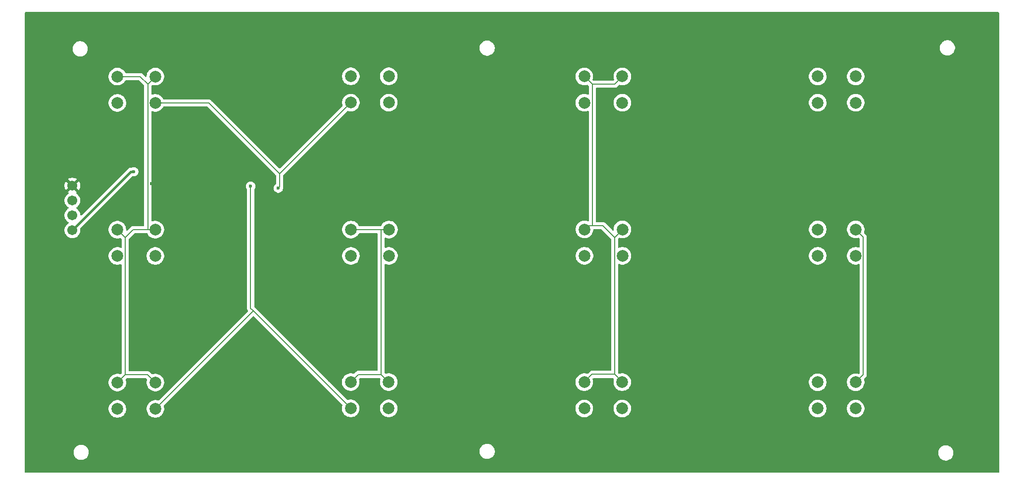
<source format=gbl>
%TF.GenerationSoftware,KiCad,Pcbnew,9.0.4-9.0.4-0~ubuntu24.04.1*%
%TF.CreationDate,2025-09-24T17:36:05+03:00*%
%TF.ProjectId,Nurse remote control,4e757273-6520-4726-956d-6f746520636f,rev?*%
%TF.SameCoordinates,Original*%
%TF.FileFunction,Copper,L2,Bot*%
%TF.FilePolarity,Positive*%
%FSLAX46Y46*%
G04 Gerber Fmt 4.6, Leading zero omitted, Abs format (unit mm)*
G04 Created by KiCad (PCBNEW 9.0.4-9.0.4-0~ubuntu24.04.1) date 2025-09-24 17:36:05*
%MOMM*%
%LPD*%
G01*
G04 APERTURE LIST*
%TA.AperFunction,ComponentPad*%
%ADD10C,2.000000*%
%TD*%
%TA.AperFunction,ComponentPad*%
%ADD11C,1.701800*%
%TD*%
%TA.AperFunction,ViaPad*%
%ADD12C,0.600000*%
%TD*%
%TA.AperFunction,Conductor*%
%ADD13C,0.400000*%
%TD*%
%TA.AperFunction,Conductor*%
%ADD14C,0.200000*%
%TD*%
G04 APERTURE END LIST*
D10*
%TO.P,SW9,1,1*%
%TO.N,/C1*%
X86203000Y-97568000D03*
X92703000Y-97568000D03*
%TO.P,SW9,2,2*%
%TO.N,/R3*%
X86203000Y-102068000D03*
X92703000Y-102068000D03*
%TD*%
%TO.P,SW7,1,1*%
%TO.N,/C3*%
X166100000Y-71379000D03*
X172600000Y-71379000D03*
%TO.P,SW7,2,2*%
%TO.N,/R2*%
X166100000Y-75879000D03*
X172600000Y-75879000D03*
%TD*%
%TO.P,SW11,1,1*%
%TO.N,/C3*%
X166073000Y-97496000D03*
X172573000Y-97496000D03*
%TO.P,SW11,2,2*%
%TO.N,/R3*%
X166073000Y-101996000D03*
X172573000Y-101996000D03*
%TD*%
%TO.P,SW6,1,1*%
%TO.N,/C2*%
X126156000Y-71402000D03*
X132656000Y-71402000D03*
%TO.P,SW6,2,2*%
%TO.N,/R2*%
X126156000Y-75902000D03*
X132656000Y-75902000D03*
%TD*%
%TO.P,SW5,1,1*%
%TO.N,/C1*%
X86198000Y-71412000D03*
X92698000Y-71412000D03*
%TO.P,SW5,2,2*%
%TO.N,/R2*%
X86198000Y-75912000D03*
X92698000Y-75912000D03*
%TD*%
%TO.P,SW4,1,1*%
%TO.N,/C4*%
X206009000Y-45198000D03*
X212509000Y-45198000D03*
%TO.P,SW4,2,2*%
%TO.N,/R1*%
X206009000Y-49698000D03*
X212509000Y-49698000D03*
%TD*%
D11*
%TO.P,J1,1*%
%TO.N,+3.3V*%
X78500000Y-71500000D03*
%TO.P,J1,2*%
%TO.N,/SDA*%
X78500000Y-68960000D03*
%TO.P,J1,3*%
%TO.N,/SCL*%
X78500000Y-66420000D03*
%TO.P,J1,4*%
%TO.N,GND*%
X78500000Y-63880000D03*
%TD*%
D10*
%TO.P,SW1,1,1*%
%TO.N,/C1*%
X86198000Y-45225000D03*
X92698000Y-45225000D03*
%TO.P,SW1,2,2*%
%TO.N,/R1*%
X86198000Y-49725000D03*
X92698000Y-49725000D03*
%TD*%
%TO.P,SW10,1,1*%
%TO.N,/C2*%
X126125000Y-97484000D03*
X132625000Y-97484000D03*
%TO.P,SW10,2,2*%
%TO.N,/R3*%
X126125000Y-101984000D03*
X132625000Y-101984000D03*
%TD*%
%TO.P,SW2,1,1*%
%TO.N,/C2*%
X126133000Y-45172000D03*
X132633000Y-45172000D03*
%TO.P,SW2,2,2*%
%TO.N,/R1*%
X126133000Y-49672000D03*
X132633000Y-49672000D03*
%TD*%
%TO.P,SW8,1,1*%
%TO.N,/C4*%
X206005000Y-71380000D03*
X212505000Y-71380000D03*
%TO.P,SW8,2,2*%
%TO.N,/R2*%
X206005000Y-75880000D03*
X212505000Y-75880000D03*
%TD*%
%TO.P,SW12,1,1*%
%TO.N,/C4*%
X206004000Y-97514000D03*
X212504000Y-97514000D03*
%TO.P,SW12,2,2*%
%TO.N,/R3*%
X206004000Y-102014000D03*
X212504000Y-102014000D03*
%TD*%
%TO.P,SW3,1,1*%
%TO.N,/C3*%
X166087000Y-45199000D03*
X172587000Y-45199000D03*
%TO.P,SW3,2,2*%
%TO.N,/R1*%
X166087000Y-49699000D03*
X172587000Y-49699000D03*
%TD*%
D12*
%TO.N,+3.3V*%
X89000000Y-61500000D03*
%TO.N,GND*%
X92000000Y-63500000D03*
X110500000Y-67602000D03*
X110500000Y-65500000D03*
%TO.N,/R3*%
X109000000Y-64000000D03*
%TO.N,/R1*%
X113730200Y-64302000D03*
%TD*%
D13*
%TO.N,+3.3V*%
X88500000Y-61500000D02*
X89000000Y-61500000D01*
X78500000Y-71500000D02*
X88500000Y-61500000D01*
D14*
%TO.N,/R3*%
X109000000Y-64000000D02*
X109000000Y-84859000D01*
X109000000Y-84859000D02*
X109456000Y-85315000D01*
X109456000Y-85315000D02*
X126125000Y-101984000D01*
X92703000Y-102068000D02*
X109456000Y-85315000D01*
%TO.N,/C1*%
X91364100Y-96229100D02*
X92703000Y-97568000D01*
X88885800Y-71412000D02*
X87541900Y-72755900D01*
X92698000Y-45225000D02*
X91397800Y-46525200D01*
X87541900Y-96229100D02*
X91364100Y-96229100D01*
X92698000Y-71412000D02*
X91397800Y-71412000D01*
X91397800Y-71412000D02*
X88885800Y-71412000D01*
X86198000Y-45225000D02*
X90097600Y-45225000D01*
X91397800Y-46525200D02*
X91397800Y-71412000D01*
X86198000Y-71412000D02*
X87541900Y-72755900D01*
X87541900Y-96229100D02*
X86203000Y-97568000D01*
X90097600Y-45225000D02*
X91397800Y-46525200D01*
X87541900Y-72755900D02*
X87541900Y-96229100D01*
%TO.N,/C2*%
X131317300Y-96176300D02*
X127432700Y-96176300D01*
X131317300Y-71402000D02*
X131317300Y-96176300D01*
X131317300Y-96176300D02*
X132625000Y-97484000D01*
X131317300Y-71402000D02*
X126156000Y-71402000D01*
X127432700Y-96176300D02*
X126125000Y-97484000D01*
X132656000Y-71402000D02*
X131317300Y-71402000D01*
%TO.N,/C4*%
X213810000Y-72685000D02*
X213810000Y-96208000D01*
X212505000Y-71380000D02*
X213810000Y-72685000D01*
X213810000Y-96208000D02*
X212504000Y-97514000D01*
%TO.N,/C3*%
X166100000Y-71379000D02*
X166767200Y-70711800D01*
X172587000Y-45199000D02*
X171239600Y-46546400D01*
X171246500Y-96169500D02*
X167399500Y-96169500D01*
X167434400Y-46546400D02*
X166087000Y-45199000D01*
X171246500Y-72732500D02*
X171246500Y-96169500D01*
X166767200Y-70711800D02*
X167434400Y-70711800D01*
X171239600Y-46546400D02*
X167434400Y-46546400D01*
X171246500Y-96169500D02*
X172573000Y-97496000D01*
X167434400Y-70711800D02*
X169225800Y-70711800D01*
X169225800Y-70711800D02*
X171246500Y-72732500D01*
X171246500Y-72732500D02*
X172600000Y-71379000D01*
X167434400Y-70711800D02*
X167434400Y-46546400D01*
X167399500Y-96169500D02*
X166073000Y-97496000D01*
%TO.N,/R1*%
X113949300Y-64082900D02*
X113730200Y-64302000D01*
X101818600Y-49725000D02*
X92698000Y-49725000D01*
X113949300Y-61855700D02*
X101818600Y-49725000D01*
X113949300Y-61855700D02*
X113949300Y-64082900D01*
X126133000Y-49672000D02*
X113949300Y-61855700D01*
%TD*%
%TA.AperFunction,Conductor*%
%TO.N,GND*%
G36*
X236975539Y-34204185D02*
G01*
X237021294Y-34256989D01*
X237032500Y-34308500D01*
X237032500Y-112896500D01*
X237012815Y-112963539D01*
X236960011Y-113009294D01*
X236908500Y-113020500D01*
X70517500Y-113020500D01*
X70450461Y-113000815D01*
X70404706Y-112948011D01*
X70393500Y-112896500D01*
X70393500Y-109397648D01*
X78699500Y-109397648D01*
X78699500Y-109602351D01*
X78731522Y-109804534D01*
X78794781Y-109999223D01*
X78851847Y-110111219D01*
X78884966Y-110176219D01*
X78887715Y-110181613D01*
X79008028Y-110347213D01*
X79152786Y-110491971D01*
X79306937Y-110603966D01*
X79318390Y-110612287D01*
X79434607Y-110671503D01*
X79500776Y-110705218D01*
X79500778Y-110705218D01*
X79500781Y-110705220D01*
X79605137Y-110739127D01*
X79695465Y-110768477D01*
X79796557Y-110784488D01*
X79897648Y-110800500D01*
X79897649Y-110800500D01*
X80102351Y-110800500D01*
X80102352Y-110800500D01*
X80304534Y-110768477D01*
X80499219Y-110705220D01*
X80681610Y-110612287D01*
X80789064Y-110534218D01*
X80847213Y-110491971D01*
X80847215Y-110491968D01*
X80847219Y-110491966D01*
X80991966Y-110347219D01*
X80991968Y-110347215D01*
X80991971Y-110347213D01*
X81044732Y-110274590D01*
X81112287Y-110181610D01*
X81205220Y-109999219D01*
X81268477Y-109804534D01*
X81300500Y-109602352D01*
X81300500Y-109397648D01*
X81275717Y-109241174D01*
X81273415Y-109226648D01*
X148162500Y-109226648D01*
X148162500Y-109431351D01*
X148194522Y-109633534D01*
X148257781Y-109828223D01*
X148350715Y-110010613D01*
X148471028Y-110176213D01*
X148615786Y-110320971D01*
X148770749Y-110433556D01*
X148781390Y-110441287D01*
X148880853Y-110491966D01*
X148963776Y-110534218D01*
X148963778Y-110534218D01*
X148963781Y-110534220D01*
X149068137Y-110568127D01*
X149158465Y-110597477D01*
X149251952Y-110612284D01*
X149360648Y-110629500D01*
X149360649Y-110629500D01*
X149565351Y-110629500D01*
X149565352Y-110629500D01*
X149767534Y-110597477D01*
X149962219Y-110534220D01*
X150144610Y-110441287D01*
X150274093Y-110347213D01*
X150310213Y-110320971D01*
X150310215Y-110320968D01*
X150310219Y-110320966D01*
X150454966Y-110176219D01*
X150454968Y-110176215D01*
X150454971Y-110176213D01*
X150507732Y-110103590D01*
X150575287Y-110010610D01*
X150668220Y-109828219D01*
X150731477Y-109633534D01*
X150751099Y-109509648D01*
X226614500Y-109509648D01*
X226614500Y-109714351D01*
X226646522Y-109916534D01*
X226709781Y-110111223D01*
X226802715Y-110293613D01*
X226923028Y-110459213D01*
X227067786Y-110603971D01*
X227207146Y-110705220D01*
X227233390Y-110724287D01*
X227320118Y-110768477D01*
X227415776Y-110817218D01*
X227415778Y-110817218D01*
X227415781Y-110817220D01*
X227520137Y-110851127D01*
X227610465Y-110880477D01*
X227711557Y-110896488D01*
X227812648Y-110912500D01*
X227812649Y-110912500D01*
X228017351Y-110912500D01*
X228017352Y-110912500D01*
X228219534Y-110880477D01*
X228414219Y-110817220D01*
X228596610Y-110724287D01*
X228689590Y-110656732D01*
X228762213Y-110603971D01*
X228762215Y-110603968D01*
X228762219Y-110603966D01*
X228906966Y-110459219D01*
X228906968Y-110459215D01*
X228906971Y-110459213D01*
X229007408Y-110320971D01*
X229027287Y-110293610D01*
X229120220Y-110111219D01*
X229183477Y-109916534D01*
X229215500Y-109714352D01*
X229215500Y-109509648D01*
X229183477Y-109307466D01*
X229161937Y-109241174D01*
X229120218Y-109112776D01*
X229075221Y-109024466D01*
X229027287Y-108930390D01*
X229019556Y-108919749D01*
X228906971Y-108764786D01*
X228762213Y-108620028D01*
X228596613Y-108499715D01*
X228596612Y-108499714D01*
X228596610Y-108499713D01*
X228539653Y-108470691D01*
X228414223Y-108406781D01*
X228219534Y-108343522D01*
X228044995Y-108315878D01*
X228017352Y-108311500D01*
X227812648Y-108311500D01*
X227788329Y-108315351D01*
X227610465Y-108343522D01*
X227415776Y-108406781D01*
X227233386Y-108499715D01*
X227067786Y-108620028D01*
X226923028Y-108764786D01*
X226802715Y-108930386D01*
X226709781Y-109112776D01*
X226646522Y-109307465D01*
X226614500Y-109509648D01*
X150751099Y-109509648D01*
X150763500Y-109431352D01*
X150763500Y-109226648D01*
X150731477Y-109024466D01*
X150723781Y-109000781D01*
X150668218Y-108829776D01*
X150634503Y-108763607D01*
X150575287Y-108647390D01*
X150555408Y-108620028D01*
X150454971Y-108481786D01*
X150310213Y-108337028D01*
X150144613Y-108216715D01*
X150144612Y-108216714D01*
X150144610Y-108216713D01*
X150087653Y-108187691D01*
X149962223Y-108123781D01*
X149767534Y-108060522D01*
X149592995Y-108032878D01*
X149565352Y-108028500D01*
X149360648Y-108028500D01*
X149336329Y-108032351D01*
X149158465Y-108060522D01*
X148963776Y-108123781D01*
X148781386Y-108216715D01*
X148615786Y-108337028D01*
X148471028Y-108481786D01*
X148350715Y-108647386D01*
X148257781Y-108829776D01*
X148194522Y-109024465D01*
X148162500Y-109226648D01*
X81273415Y-109226648D01*
X81272852Y-109223093D01*
X81268477Y-109195466D01*
X81205220Y-109000781D01*
X81205218Y-109000778D01*
X81205218Y-109000776D01*
X81169352Y-108930386D01*
X81112287Y-108818390D01*
X81073338Y-108764781D01*
X80991971Y-108652786D01*
X80847213Y-108508028D01*
X80681613Y-108387715D01*
X80681612Y-108387714D01*
X80681610Y-108387713D01*
X80624653Y-108358691D01*
X80499223Y-108294781D01*
X80304534Y-108231522D01*
X80129995Y-108203878D01*
X80102352Y-108199500D01*
X79897648Y-108199500D01*
X79873329Y-108203351D01*
X79695465Y-108231522D01*
X79500776Y-108294781D01*
X79318386Y-108387715D01*
X79152786Y-108508028D01*
X79008028Y-108652786D01*
X78887715Y-108818386D01*
X78794781Y-109000776D01*
X78731522Y-109195465D01*
X78699500Y-109397648D01*
X70393500Y-109397648D01*
X70393500Y-101949902D01*
X84702500Y-101949902D01*
X84702500Y-102186097D01*
X84739446Y-102419368D01*
X84812433Y-102643996D01*
X84919657Y-102854433D01*
X85058483Y-103045510D01*
X85225490Y-103212517D01*
X85416567Y-103351343D01*
X85462145Y-103374566D01*
X85627003Y-103458566D01*
X85627005Y-103458566D01*
X85627008Y-103458568D01*
X85743750Y-103496500D01*
X85851631Y-103531553D01*
X86084903Y-103568500D01*
X86084908Y-103568500D01*
X86321097Y-103568500D01*
X86554368Y-103531553D01*
X86778992Y-103458568D01*
X86989433Y-103351343D01*
X87180510Y-103212517D01*
X87347517Y-103045510D01*
X87486343Y-102854433D01*
X87593568Y-102643992D01*
X87666553Y-102419368D01*
X87679857Y-102335368D01*
X87703500Y-102186097D01*
X87703500Y-101949902D01*
X91202500Y-101949902D01*
X91202500Y-102186097D01*
X91239446Y-102419368D01*
X91312433Y-102643996D01*
X91419657Y-102854433D01*
X91558483Y-103045510D01*
X91725490Y-103212517D01*
X91916567Y-103351343D01*
X91962145Y-103374566D01*
X92127003Y-103458566D01*
X92127005Y-103458566D01*
X92127008Y-103458568D01*
X92243750Y-103496500D01*
X92351631Y-103531553D01*
X92584903Y-103568500D01*
X92584908Y-103568500D01*
X92821097Y-103568500D01*
X93054368Y-103531553D01*
X93278992Y-103458568D01*
X93489433Y-103351343D01*
X93680510Y-103212517D01*
X93847517Y-103045510D01*
X93986343Y-102854433D01*
X94093568Y-102643992D01*
X94166553Y-102419368D01*
X94179857Y-102335368D01*
X94203500Y-102186097D01*
X94203500Y-101949902D01*
X94166553Y-101716635D01*
X94166553Y-101716632D01*
X94125547Y-101590433D01*
X94123553Y-101520593D01*
X94155796Y-101464437D01*
X109368322Y-86251912D01*
X109429641Y-86218430D01*
X109499333Y-86223414D01*
X109543680Y-86251915D01*
X124672200Y-101380435D01*
X124705685Y-101441758D01*
X124702450Y-101506433D01*
X124661447Y-101632628D01*
X124624500Y-101865902D01*
X124624500Y-102102097D01*
X124661446Y-102335368D01*
X124734433Y-102559996D01*
X124777234Y-102643996D01*
X124841657Y-102770433D01*
X124980483Y-102961510D01*
X125147490Y-103128517D01*
X125338567Y-103267343D01*
X125437991Y-103318002D01*
X125549003Y-103374566D01*
X125549005Y-103374566D01*
X125549008Y-103374568D01*
X125641332Y-103404566D01*
X125773631Y-103447553D01*
X126006903Y-103484500D01*
X126006908Y-103484500D01*
X126243097Y-103484500D01*
X126476368Y-103447553D01*
X126700992Y-103374568D01*
X126911433Y-103267343D01*
X127102510Y-103128517D01*
X127269517Y-102961510D01*
X127408343Y-102770433D01*
X127515568Y-102559992D01*
X127588553Y-102335368D01*
X127625500Y-102102097D01*
X127625500Y-101865902D01*
X131124500Y-101865902D01*
X131124500Y-102102097D01*
X131161446Y-102335368D01*
X131234433Y-102559996D01*
X131277234Y-102643996D01*
X131341657Y-102770433D01*
X131480483Y-102961510D01*
X131647490Y-103128517D01*
X131838567Y-103267343D01*
X131937991Y-103318002D01*
X132049003Y-103374566D01*
X132049005Y-103374566D01*
X132049008Y-103374568D01*
X132141332Y-103404566D01*
X132273631Y-103447553D01*
X132506903Y-103484500D01*
X132506908Y-103484500D01*
X132743097Y-103484500D01*
X132976368Y-103447553D01*
X133200992Y-103374568D01*
X133411433Y-103267343D01*
X133602510Y-103128517D01*
X133769517Y-102961510D01*
X133908343Y-102770433D01*
X134015568Y-102559992D01*
X134088553Y-102335368D01*
X134125500Y-102102097D01*
X134125500Y-101877902D01*
X164572500Y-101877902D01*
X164572500Y-102114097D01*
X164609446Y-102347368D01*
X164682433Y-102571996D01*
X164783543Y-102770433D01*
X164789657Y-102782433D01*
X164928483Y-102973510D01*
X165095490Y-103140517D01*
X165286567Y-103279343D01*
X165385991Y-103330002D01*
X165497003Y-103386566D01*
X165497005Y-103386566D01*
X165497008Y-103386568D01*
X165617412Y-103425689D01*
X165721631Y-103459553D01*
X165954903Y-103496500D01*
X165954908Y-103496500D01*
X166191097Y-103496500D01*
X166424368Y-103459553D01*
X166648992Y-103386568D01*
X166859433Y-103279343D01*
X167050510Y-103140517D01*
X167217517Y-102973510D01*
X167356343Y-102782433D01*
X167463568Y-102571992D01*
X167536553Y-102347368D01*
X167562096Y-102186097D01*
X167573500Y-102114097D01*
X167573500Y-101877902D01*
X171072500Y-101877902D01*
X171072500Y-102114097D01*
X171109446Y-102347368D01*
X171182433Y-102571996D01*
X171283543Y-102770433D01*
X171289657Y-102782433D01*
X171428483Y-102973510D01*
X171595490Y-103140517D01*
X171786567Y-103279343D01*
X171885991Y-103330002D01*
X171997003Y-103386566D01*
X171997005Y-103386566D01*
X171997008Y-103386568D01*
X172117412Y-103425689D01*
X172221631Y-103459553D01*
X172454903Y-103496500D01*
X172454908Y-103496500D01*
X172691097Y-103496500D01*
X172924368Y-103459553D01*
X173148992Y-103386568D01*
X173359433Y-103279343D01*
X173550510Y-103140517D01*
X173717517Y-102973510D01*
X173856343Y-102782433D01*
X173963568Y-102571992D01*
X174036553Y-102347368D01*
X174062096Y-102186097D01*
X174073500Y-102114097D01*
X174073500Y-101895902D01*
X204503500Y-101895902D01*
X204503500Y-102132097D01*
X204540446Y-102365368D01*
X204613433Y-102589996D01*
X204720657Y-102800433D01*
X204859483Y-102991510D01*
X205026490Y-103158517D01*
X205217567Y-103297343D01*
X205316991Y-103348002D01*
X205428003Y-103404566D01*
X205428005Y-103404566D01*
X205428008Y-103404568D01*
X205548412Y-103443689D01*
X205652631Y-103477553D01*
X205885903Y-103514500D01*
X205885908Y-103514500D01*
X206122097Y-103514500D01*
X206355368Y-103477553D01*
X206410766Y-103459553D01*
X206579992Y-103404568D01*
X206790433Y-103297343D01*
X206981510Y-103158517D01*
X207148517Y-102991510D01*
X207287343Y-102800433D01*
X207394568Y-102589992D01*
X207467553Y-102365368D01*
X207470404Y-102347368D01*
X207504500Y-102132097D01*
X207504500Y-101895902D01*
X211003500Y-101895902D01*
X211003500Y-102132097D01*
X211040446Y-102365368D01*
X211113433Y-102589996D01*
X211220657Y-102800433D01*
X211359483Y-102991510D01*
X211526490Y-103158517D01*
X211717567Y-103297343D01*
X211816991Y-103348002D01*
X211928003Y-103404566D01*
X211928005Y-103404566D01*
X211928008Y-103404568D01*
X212048412Y-103443689D01*
X212152631Y-103477553D01*
X212385903Y-103514500D01*
X212385908Y-103514500D01*
X212622097Y-103514500D01*
X212855368Y-103477553D01*
X212910766Y-103459553D01*
X213079992Y-103404568D01*
X213290433Y-103297343D01*
X213481510Y-103158517D01*
X213648517Y-102991510D01*
X213787343Y-102800433D01*
X213894568Y-102589992D01*
X213967553Y-102365368D01*
X213970404Y-102347368D01*
X214004500Y-102132097D01*
X214004500Y-101895902D01*
X213967553Y-101662631D01*
X213933689Y-101558412D01*
X213894568Y-101438008D01*
X213894566Y-101438005D01*
X213894566Y-101438003D01*
X213787342Y-101227566D01*
X213774264Y-101209566D01*
X213648517Y-101036490D01*
X213481510Y-100869483D01*
X213290433Y-100730657D01*
X213231555Y-100700657D01*
X213079996Y-100623433D01*
X212855368Y-100550446D01*
X212622097Y-100513500D01*
X212622092Y-100513500D01*
X212385908Y-100513500D01*
X212385903Y-100513500D01*
X212152631Y-100550446D01*
X211928003Y-100623433D01*
X211717566Y-100730657D01*
X211608550Y-100809862D01*
X211526490Y-100869483D01*
X211526488Y-100869485D01*
X211526487Y-100869485D01*
X211359485Y-101036487D01*
X211359485Y-101036488D01*
X211359483Y-101036490D01*
X211320252Y-101090487D01*
X211220657Y-101227566D01*
X211113433Y-101438003D01*
X211040446Y-101662631D01*
X211003500Y-101895902D01*
X207504500Y-101895902D01*
X207467553Y-101662631D01*
X207433689Y-101558412D01*
X207394568Y-101438008D01*
X207394566Y-101438005D01*
X207394566Y-101438003D01*
X207287342Y-101227566D01*
X207274264Y-101209566D01*
X207148517Y-101036490D01*
X206981510Y-100869483D01*
X206790433Y-100730657D01*
X206731555Y-100700657D01*
X206579996Y-100623433D01*
X206355368Y-100550446D01*
X206122097Y-100513500D01*
X206122092Y-100513500D01*
X205885908Y-100513500D01*
X205885903Y-100513500D01*
X205652631Y-100550446D01*
X205428003Y-100623433D01*
X205217566Y-100730657D01*
X205108550Y-100809862D01*
X205026490Y-100869483D01*
X205026488Y-100869485D01*
X205026487Y-100869485D01*
X204859485Y-101036487D01*
X204859485Y-101036488D01*
X204859483Y-101036490D01*
X204820252Y-101090487D01*
X204720657Y-101227566D01*
X204613433Y-101438003D01*
X204540446Y-101662631D01*
X204503500Y-101895902D01*
X174073500Y-101895902D01*
X174073500Y-101877902D01*
X174036553Y-101644631D01*
X173970635Y-101441758D01*
X173963568Y-101420008D01*
X173963566Y-101420005D01*
X173963566Y-101420003D01*
X173856342Y-101209566D01*
X173847624Y-101197567D01*
X173717517Y-101018490D01*
X173550510Y-100851483D01*
X173359433Y-100712657D01*
X173335882Y-100700657D01*
X173148996Y-100605433D01*
X172924368Y-100532446D01*
X172691097Y-100495500D01*
X172691092Y-100495500D01*
X172454908Y-100495500D01*
X172454903Y-100495500D01*
X172221631Y-100532446D01*
X171997003Y-100605433D01*
X171786566Y-100712657D01*
X171687468Y-100784657D01*
X171595490Y-100851483D01*
X171595488Y-100851485D01*
X171595487Y-100851485D01*
X171428485Y-101018487D01*
X171428485Y-101018488D01*
X171428483Y-101018490D01*
X171376174Y-101090487D01*
X171289657Y-101209566D01*
X171182433Y-101420003D01*
X171109446Y-101644631D01*
X171072500Y-101877902D01*
X167573500Y-101877902D01*
X167536553Y-101644631D01*
X167470635Y-101441758D01*
X167463568Y-101420008D01*
X167463566Y-101420005D01*
X167463566Y-101420003D01*
X167356342Y-101209566D01*
X167347624Y-101197567D01*
X167217517Y-101018490D01*
X167050510Y-100851483D01*
X166859433Y-100712657D01*
X166835882Y-100700657D01*
X166648996Y-100605433D01*
X166424368Y-100532446D01*
X166191097Y-100495500D01*
X166191092Y-100495500D01*
X165954908Y-100495500D01*
X165954903Y-100495500D01*
X165721631Y-100532446D01*
X165497003Y-100605433D01*
X165286566Y-100712657D01*
X165187468Y-100784657D01*
X165095490Y-100851483D01*
X165095488Y-100851485D01*
X165095487Y-100851485D01*
X164928485Y-101018487D01*
X164928485Y-101018488D01*
X164928483Y-101018490D01*
X164876174Y-101090487D01*
X164789657Y-101209566D01*
X164682433Y-101420003D01*
X164609446Y-101644631D01*
X164572500Y-101877902D01*
X134125500Y-101877902D01*
X134125500Y-101865902D01*
X134088553Y-101632631D01*
X134026534Y-101441758D01*
X134015568Y-101408008D01*
X134015566Y-101408005D01*
X134015566Y-101408003D01*
X133951143Y-101281566D01*
X133908343Y-101197567D01*
X133769517Y-101006490D01*
X133602510Y-100839483D01*
X133411433Y-100700657D01*
X133200996Y-100593433D01*
X132976368Y-100520446D01*
X132743097Y-100483500D01*
X132743092Y-100483500D01*
X132506908Y-100483500D01*
X132506903Y-100483500D01*
X132273631Y-100520446D01*
X132049003Y-100593433D01*
X131838566Y-100700657D01*
X131729550Y-100779862D01*
X131647490Y-100839483D01*
X131647488Y-100839485D01*
X131647487Y-100839485D01*
X131480485Y-101006487D01*
X131480485Y-101006488D01*
X131480483Y-101006490D01*
X131458689Y-101036487D01*
X131341657Y-101197566D01*
X131234433Y-101408003D01*
X131161446Y-101632631D01*
X131124500Y-101865902D01*
X127625500Y-101865902D01*
X127588553Y-101632631D01*
X127526534Y-101441758D01*
X127515568Y-101408008D01*
X127515566Y-101408005D01*
X127515566Y-101408003D01*
X127451143Y-101281566D01*
X127408343Y-101197567D01*
X127269517Y-101006490D01*
X127102510Y-100839483D01*
X126911433Y-100700657D01*
X126700996Y-100593433D01*
X126476368Y-100520446D01*
X126243097Y-100483500D01*
X126243092Y-100483500D01*
X126006908Y-100483500D01*
X126006903Y-100483500D01*
X125773628Y-100520447D01*
X125647433Y-100561450D01*
X125577592Y-100563445D01*
X125521435Y-100531200D01*
X122356137Y-97365902D01*
X124624500Y-97365902D01*
X124624500Y-97602097D01*
X124661446Y-97835368D01*
X124734433Y-98059996D01*
X124777234Y-98143996D01*
X124841657Y-98270433D01*
X124980483Y-98461510D01*
X125147490Y-98628517D01*
X125338567Y-98767343D01*
X125437991Y-98818002D01*
X125549003Y-98874566D01*
X125549005Y-98874566D01*
X125549008Y-98874568D01*
X125641332Y-98904566D01*
X125773631Y-98947553D01*
X126006903Y-98984500D01*
X126006908Y-98984500D01*
X126243097Y-98984500D01*
X126476368Y-98947553D01*
X126700992Y-98874568D01*
X126911433Y-98767343D01*
X127102510Y-98628517D01*
X127269517Y-98461510D01*
X127408343Y-98270433D01*
X127515568Y-98059992D01*
X127588553Y-97835368D01*
X127625500Y-97602097D01*
X127625500Y-97365902D01*
X127601857Y-97216631D01*
X127588553Y-97132632D01*
X127547547Y-97006432D01*
X127547113Y-96991220D01*
X127541795Y-96976961D01*
X127546136Y-96957007D01*
X127545553Y-96936595D01*
X127553641Y-96922507D01*
X127556648Y-96908689D01*
X127577795Y-96880439D01*
X127645118Y-96813117D01*
X127706442Y-96779633D01*
X127732798Y-96776800D01*
X131017203Y-96776800D01*
X131084242Y-96796485D01*
X131104884Y-96813119D01*
X131172200Y-96880435D01*
X131205685Y-96941758D01*
X131202450Y-97006433D01*
X131161447Y-97132628D01*
X131124500Y-97365902D01*
X131124500Y-97602097D01*
X131161446Y-97835368D01*
X131234433Y-98059996D01*
X131277234Y-98143996D01*
X131341657Y-98270433D01*
X131480483Y-98461510D01*
X131647490Y-98628517D01*
X131838567Y-98767343D01*
X131937991Y-98818002D01*
X132049003Y-98874566D01*
X132049005Y-98874566D01*
X132049008Y-98874568D01*
X132141332Y-98904566D01*
X132273631Y-98947553D01*
X132506903Y-98984500D01*
X132506908Y-98984500D01*
X132743097Y-98984500D01*
X132976368Y-98947553D01*
X133200992Y-98874568D01*
X133411433Y-98767343D01*
X133602510Y-98628517D01*
X133769517Y-98461510D01*
X133908343Y-98270433D01*
X134015568Y-98059992D01*
X134088553Y-97835368D01*
X134125500Y-97602097D01*
X134125500Y-97377902D01*
X164572500Y-97377902D01*
X164572500Y-97614097D01*
X164609446Y-97847368D01*
X164682433Y-98071996D01*
X164783543Y-98270433D01*
X164789657Y-98282433D01*
X164928483Y-98473510D01*
X165095490Y-98640517D01*
X165286567Y-98779343D01*
X165385991Y-98830002D01*
X165497003Y-98886566D01*
X165497005Y-98886566D01*
X165497008Y-98886568D01*
X165617412Y-98925689D01*
X165721631Y-98959553D01*
X165954903Y-98996500D01*
X165954908Y-98996500D01*
X166191097Y-98996500D01*
X166424368Y-98959553D01*
X166648992Y-98886568D01*
X166859433Y-98779343D01*
X167050510Y-98640517D01*
X167217517Y-98473510D01*
X167356343Y-98282433D01*
X167463568Y-98071992D01*
X167536553Y-97847368D01*
X167562096Y-97686097D01*
X167573500Y-97614097D01*
X167573500Y-97377902D01*
X167539404Y-97162632D01*
X167536553Y-97144632D01*
X167495547Y-97018433D01*
X167495113Y-97003220D01*
X167489795Y-96988961D01*
X167494136Y-96969005D01*
X167493553Y-96948593D01*
X167501640Y-96934507D01*
X167504647Y-96920688D01*
X167525795Y-96892439D01*
X167611917Y-96806318D01*
X167673240Y-96772833D01*
X167699597Y-96770000D01*
X170946403Y-96770000D01*
X171013442Y-96789685D01*
X171034084Y-96806319D01*
X171120200Y-96892435D01*
X171153685Y-96953758D01*
X171150450Y-97018433D01*
X171109447Y-97144628D01*
X171072500Y-97377902D01*
X171072500Y-97614097D01*
X171109446Y-97847368D01*
X171182433Y-98071996D01*
X171283543Y-98270433D01*
X171289657Y-98282433D01*
X171428483Y-98473510D01*
X171595490Y-98640517D01*
X171786567Y-98779343D01*
X171885991Y-98830002D01*
X171997003Y-98886566D01*
X171997005Y-98886566D01*
X171997008Y-98886568D01*
X172117412Y-98925689D01*
X172221631Y-98959553D01*
X172454903Y-98996500D01*
X172454908Y-98996500D01*
X172691097Y-98996500D01*
X172924368Y-98959553D01*
X173148992Y-98886568D01*
X173359433Y-98779343D01*
X173550510Y-98640517D01*
X173717517Y-98473510D01*
X173856343Y-98282433D01*
X173963568Y-98071992D01*
X174036553Y-97847368D01*
X174062096Y-97686097D01*
X174073500Y-97614097D01*
X174073500Y-97395902D01*
X204503500Y-97395902D01*
X204503500Y-97632097D01*
X204540446Y-97865368D01*
X204613433Y-98089996D01*
X204720657Y-98300433D01*
X204859483Y-98491510D01*
X205026490Y-98658517D01*
X205217567Y-98797343D01*
X205316991Y-98848002D01*
X205428003Y-98904566D01*
X205428005Y-98904566D01*
X205428008Y-98904568D01*
X205548412Y-98943689D01*
X205652631Y-98977553D01*
X205885903Y-99014500D01*
X205885908Y-99014500D01*
X206122097Y-99014500D01*
X206355368Y-98977553D01*
X206410766Y-98959553D01*
X206579992Y-98904568D01*
X206790433Y-98797343D01*
X206981510Y-98658517D01*
X207148517Y-98491510D01*
X207287343Y-98300433D01*
X207394568Y-98089992D01*
X207467553Y-97865368D01*
X207470404Y-97847368D01*
X207504500Y-97632097D01*
X207504500Y-97395902D01*
X211003500Y-97395902D01*
X211003500Y-97632097D01*
X211040446Y-97865368D01*
X211113433Y-98089996D01*
X211220657Y-98300433D01*
X211359483Y-98491510D01*
X211526490Y-98658517D01*
X211717567Y-98797343D01*
X211816991Y-98848002D01*
X211928003Y-98904566D01*
X211928005Y-98904566D01*
X211928008Y-98904568D01*
X212048412Y-98943689D01*
X212152631Y-98977553D01*
X212385903Y-99014500D01*
X212385908Y-99014500D01*
X212622097Y-99014500D01*
X212855368Y-98977553D01*
X212910766Y-98959553D01*
X213079992Y-98904568D01*
X213290433Y-98797343D01*
X213481510Y-98658517D01*
X213648517Y-98491510D01*
X213787343Y-98300433D01*
X213894568Y-98089992D01*
X213967553Y-97865368D01*
X213970404Y-97847368D01*
X214004500Y-97632097D01*
X214004500Y-97395902D01*
X213976106Y-97216632D01*
X213967553Y-97162632D01*
X213926547Y-97036433D01*
X213924553Y-96966593D01*
X213956796Y-96910437D01*
X214178713Y-96688521D01*
X214178716Y-96688520D01*
X214290520Y-96576716D01*
X214340639Y-96489904D01*
X214369577Y-96439785D01*
X214410501Y-96287057D01*
X214410501Y-96128943D01*
X214410501Y-96121348D01*
X214410500Y-96121330D01*
X214410500Y-72774060D01*
X214410501Y-72774047D01*
X214410501Y-72605944D01*
X214394577Y-72546517D01*
X214369577Y-72453216D01*
X214332798Y-72389512D01*
X214290524Y-72316290D01*
X214290518Y-72316282D01*
X214139669Y-72165433D01*
X213957797Y-71983562D01*
X213924313Y-71922240D01*
X213927547Y-71857566D01*
X213968553Y-71731368D01*
X214000432Y-71530092D01*
X214005500Y-71498097D01*
X214005500Y-71261902D01*
X213968553Y-71028631D01*
X213902716Y-70826008D01*
X213895568Y-70804008D01*
X213895566Y-70804005D01*
X213895566Y-70804003D01*
X213836204Y-70687500D01*
X213788343Y-70593567D01*
X213649517Y-70402490D01*
X213482510Y-70235483D01*
X213291433Y-70096657D01*
X213267503Y-70084464D01*
X213080996Y-69989433D01*
X212856368Y-69916446D01*
X212623097Y-69879500D01*
X212623092Y-69879500D01*
X212386908Y-69879500D01*
X212386903Y-69879500D01*
X212153631Y-69916446D01*
X211929003Y-69989433D01*
X211718566Y-70096657D01*
X211642087Y-70152223D01*
X211527490Y-70235483D01*
X211527488Y-70235485D01*
X211527487Y-70235485D01*
X211360485Y-70402487D01*
X211360485Y-70402488D01*
X211360483Y-70402490D01*
X211300862Y-70484550D01*
X211221657Y-70593566D01*
X211114433Y-70804003D01*
X211041446Y-71028631D01*
X211004500Y-71261902D01*
X211004500Y-71498097D01*
X211041446Y-71731368D01*
X211114433Y-71955996D01*
X211201310Y-72126500D01*
X211221657Y-72166433D01*
X211360483Y-72357510D01*
X211527490Y-72524517D01*
X211718567Y-72663343D01*
X211781369Y-72695342D01*
X211929003Y-72770566D01*
X211929005Y-72770566D01*
X211929008Y-72770568D01*
X212027494Y-72802568D01*
X212153631Y-72843553D01*
X212386903Y-72880500D01*
X212386908Y-72880500D01*
X212623097Y-72880500D01*
X212729126Y-72863705D01*
X212856368Y-72843553D01*
X212982566Y-72802547D01*
X212997776Y-72802113D01*
X213012036Y-72796795D01*
X213031991Y-72801136D01*
X213052404Y-72800553D01*
X213066490Y-72808640D01*
X213080309Y-72811647D01*
X213108563Y-72832798D01*
X213173181Y-72897416D01*
X213206666Y-72958739D01*
X213209500Y-72985097D01*
X213209500Y-74360515D01*
X213189815Y-74427554D01*
X213137011Y-74473309D01*
X213067853Y-74483253D01*
X213047182Y-74478446D01*
X212856370Y-74416447D01*
X212623097Y-74379500D01*
X212623092Y-74379500D01*
X212386908Y-74379500D01*
X212386903Y-74379500D01*
X212153631Y-74416446D01*
X211929003Y-74489433D01*
X211718566Y-74596657D01*
X211609550Y-74675862D01*
X211527490Y-74735483D01*
X211527488Y-74735485D01*
X211527487Y-74735485D01*
X211360485Y-74902487D01*
X211360485Y-74902488D01*
X211360483Y-74902490D01*
X211344499Y-74924490D01*
X211221657Y-75093566D01*
X211114433Y-75304003D01*
X211041446Y-75528631D01*
X211004500Y-75761902D01*
X211004500Y-75998097D01*
X211041446Y-76231368D01*
X211114433Y-76455996D01*
X211221147Y-76665433D01*
X211221657Y-76666433D01*
X211360483Y-76857510D01*
X211527490Y-77024517D01*
X211718567Y-77163343D01*
X211781369Y-77195342D01*
X211929003Y-77270566D01*
X211929005Y-77270566D01*
X211929008Y-77270568D01*
X212027494Y-77302568D01*
X212153631Y-77343553D01*
X212386903Y-77380500D01*
X212386908Y-77380500D01*
X212623097Y-77380500D01*
X212856368Y-77343553D01*
X212859446Y-77342553D01*
X213047184Y-77281552D01*
X213117022Y-77279558D01*
X213176855Y-77315638D01*
X213207684Y-77378338D01*
X213209500Y-77399484D01*
X213209500Y-95907901D01*
X213200855Y-95937338D01*
X213194332Y-95967329D01*
X213190576Y-95972345D01*
X213189815Y-95974940D01*
X213173181Y-95995583D01*
X213107562Y-96061201D01*
X213046238Y-96094685D01*
X212981563Y-96091450D01*
X212855370Y-96050447D01*
X212622097Y-96013500D01*
X212622092Y-96013500D01*
X212385908Y-96013500D01*
X212385903Y-96013500D01*
X212152631Y-96050446D01*
X211928003Y-96123433D01*
X211717566Y-96230657D01*
X211639943Y-96287054D01*
X211526490Y-96369483D01*
X211526488Y-96369485D01*
X211526487Y-96369485D01*
X211359485Y-96536487D01*
X211359485Y-96536488D01*
X211359483Y-96536490D01*
X211330257Y-96576716D01*
X211220657Y-96727566D01*
X211113433Y-96938003D01*
X211040446Y-97162631D01*
X211003500Y-97395902D01*
X207504500Y-97395902D01*
X207467553Y-97162631D01*
X207415757Y-97003220D01*
X207394568Y-96938008D01*
X207394566Y-96938005D01*
X207394566Y-96938003D01*
X207310407Y-96772833D01*
X207287343Y-96727567D01*
X207148517Y-96536490D01*
X206981510Y-96369483D01*
X206790433Y-96230657D01*
X206731555Y-96200657D01*
X206579996Y-96123433D01*
X206355368Y-96050446D01*
X206122097Y-96013500D01*
X206122092Y-96013500D01*
X205885908Y-96013500D01*
X205885903Y-96013500D01*
X205652631Y-96050446D01*
X205428003Y-96123433D01*
X205217566Y-96230657D01*
X205139943Y-96287054D01*
X205026490Y-96369483D01*
X205026488Y-96369485D01*
X205026487Y-96369485D01*
X204859485Y-96536487D01*
X204859485Y-96536488D01*
X204859483Y-96536490D01*
X204830257Y-96576716D01*
X204720657Y-96727566D01*
X204613433Y-96938003D01*
X204540446Y-97162631D01*
X204503500Y-97395902D01*
X174073500Y-97395902D01*
X174073500Y-97377902D01*
X174036553Y-97144631D01*
X173977916Y-96964167D01*
X173963568Y-96920008D01*
X173963566Y-96920005D01*
X173963566Y-96920003D01*
X173890600Y-96776800D01*
X173856343Y-96709567D01*
X173717517Y-96518490D01*
X173550510Y-96351483D01*
X173359433Y-96212657D01*
X173335882Y-96200657D01*
X173148996Y-96105433D01*
X172924368Y-96032446D01*
X172691097Y-95995500D01*
X172691092Y-95995500D01*
X172454908Y-95995500D01*
X172454903Y-95995500D01*
X172221628Y-96032447D01*
X172095433Y-96073450D01*
X172080221Y-96073884D01*
X172065962Y-96079203D01*
X172046006Y-96074861D01*
X172025592Y-96075445D01*
X172011505Y-96067356D01*
X171997689Y-96064351D01*
X171969435Y-96043200D01*
X171883319Y-95957084D01*
X171849834Y-95895761D01*
X171847000Y-95869403D01*
X171847000Y-77381726D01*
X171866685Y-77314687D01*
X171919489Y-77268932D01*
X171988647Y-77258988D01*
X172019113Y-77268659D01*
X172019509Y-77267704D01*
X172024004Y-77269566D01*
X172024008Y-77269568D01*
X172177441Y-77319421D01*
X172248631Y-77342553D01*
X172481903Y-77379500D01*
X172481908Y-77379500D01*
X172718097Y-77379500D01*
X172951368Y-77342553D01*
X172996065Y-77328030D01*
X173175992Y-77269568D01*
X173386433Y-77162343D01*
X173577510Y-77023517D01*
X173744517Y-76856510D01*
X173883343Y-76665433D01*
X173990056Y-76455996D01*
X173990566Y-76454996D01*
X173990566Y-76454995D01*
X173990568Y-76454992D01*
X174063553Y-76230368D01*
X174095273Y-76030097D01*
X174100500Y-75997097D01*
X174100500Y-75761902D01*
X204504500Y-75761902D01*
X204504500Y-75998097D01*
X204541446Y-76231368D01*
X204614433Y-76455996D01*
X204721147Y-76665433D01*
X204721657Y-76666433D01*
X204860483Y-76857510D01*
X205027490Y-77024517D01*
X205218567Y-77163343D01*
X205281369Y-77195342D01*
X205429003Y-77270566D01*
X205429005Y-77270566D01*
X205429008Y-77270568D01*
X205527494Y-77302568D01*
X205653631Y-77343553D01*
X205886903Y-77380500D01*
X205886908Y-77380500D01*
X206123097Y-77380500D01*
X206356368Y-77343553D01*
X206359446Y-77342553D01*
X206580992Y-77270568D01*
X206791433Y-77163343D01*
X206982510Y-77024517D01*
X207149517Y-76857510D01*
X207288343Y-76666433D01*
X207395568Y-76455992D01*
X207468553Y-76231368D01*
X207468711Y-76230368D01*
X207505500Y-75998097D01*
X207505500Y-75761902D01*
X207468553Y-75528631D01*
X207402716Y-75326008D01*
X207395568Y-75304008D01*
X207395566Y-75304005D01*
X207395566Y-75304003D01*
X207339002Y-75192991D01*
X207288343Y-75093567D01*
X207149517Y-74902490D01*
X206982510Y-74735483D01*
X206791433Y-74596657D01*
X206786377Y-74594081D01*
X206580996Y-74489433D01*
X206356368Y-74416446D01*
X206123097Y-74379500D01*
X206123092Y-74379500D01*
X205886908Y-74379500D01*
X205886903Y-74379500D01*
X205653631Y-74416446D01*
X205429003Y-74489433D01*
X205218566Y-74596657D01*
X205109550Y-74675862D01*
X205027490Y-74735483D01*
X205027488Y-74735485D01*
X205027487Y-74735485D01*
X204860485Y-74902487D01*
X204860485Y-74902488D01*
X204860483Y-74902490D01*
X204844499Y-74924490D01*
X204721657Y-75093566D01*
X204614433Y-75304003D01*
X204541446Y-75528631D01*
X204504500Y-75761902D01*
X174100500Y-75761902D01*
X174100500Y-75760902D01*
X174063553Y-75527631D01*
X174001290Y-75336008D01*
X173990568Y-75303008D01*
X173990566Y-75303005D01*
X173990566Y-75303003D01*
X173900157Y-75125567D01*
X173883343Y-75092567D01*
X173744517Y-74901490D01*
X173577510Y-74734483D01*
X173386433Y-74595657D01*
X173353000Y-74578622D01*
X173175996Y-74488433D01*
X172951368Y-74415446D01*
X172718097Y-74378500D01*
X172718092Y-74378500D01*
X172481908Y-74378500D01*
X172481903Y-74378500D01*
X172248631Y-74415446D01*
X172078638Y-74470681D01*
X172024008Y-74488432D01*
X172024005Y-74488433D01*
X172023997Y-74488436D01*
X172019499Y-74490299D01*
X172018700Y-74488371D01*
X171958622Y-74499653D01*
X171893882Y-74473374D01*
X171853627Y-74416267D01*
X171847000Y-74376272D01*
X171847000Y-73032596D01*
X171855645Y-73003152D01*
X171862168Y-72973170D01*
X171865922Y-72968154D01*
X171866685Y-72965557D01*
X171883310Y-72944924D01*
X171996438Y-72831795D01*
X172057757Y-72798313D01*
X172122433Y-72801547D01*
X172248632Y-72842553D01*
X172336110Y-72856408D01*
X172481903Y-72879500D01*
X172481908Y-72879500D01*
X172718097Y-72879500D01*
X172951368Y-72842553D01*
X172976005Y-72834548D01*
X173175992Y-72769568D01*
X173386433Y-72662343D01*
X173577510Y-72523517D01*
X173744517Y-72356510D01*
X173883343Y-72165433D01*
X173990056Y-71955996D01*
X173990566Y-71954996D01*
X173990566Y-71954995D01*
X173990568Y-71954992D01*
X174063553Y-71730368D01*
X174100500Y-71497097D01*
X174100500Y-71261902D01*
X204504500Y-71261902D01*
X204504500Y-71498097D01*
X204541446Y-71731368D01*
X204614433Y-71955996D01*
X204701310Y-72126500D01*
X204721657Y-72166433D01*
X204860483Y-72357510D01*
X205027490Y-72524517D01*
X205218567Y-72663343D01*
X205281369Y-72695342D01*
X205429003Y-72770566D01*
X205429005Y-72770566D01*
X205429008Y-72770568D01*
X205527494Y-72802568D01*
X205653631Y-72843553D01*
X205886903Y-72880500D01*
X205886908Y-72880500D01*
X206123097Y-72880500D01*
X206356368Y-72843553D01*
X206401788Y-72828795D01*
X206580992Y-72770568D01*
X206791433Y-72663343D01*
X206982510Y-72524517D01*
X207149517Y-72357510D01*
X207288343Y-72166433D01*
X207395568Y-71955992D01*
X207468553Y-71731368D01*
X207468711Y-71730368D01*
X207505500Y-71498097D01*
X207505500Y-71261902D01*
X207468553Y-71028631D01*
X207402716Y-70826008D01*
X207395568Y-70804008D01*
X207395566Y-70804005D01*
X207395566Y-70804003D01*
X207336204Y-70687500D01*
X207288343Y-70593567D01*
X207149517Y-70402490D01*
X206982510Y-70235483D01*
X206791433Y-70096657D01*
X206767503Y-70084464D01*
X206580996Y-69989433D01*
X206356368Y-69916446D01*
X206123097Y-69879500D01*
X206123092Y-69879500D01*
X205886908Y-69879500D01*
X205886903Y-69879500D01*
X205653631Y-69916446D01*
X205429003Y-69989433D01*
X205218566Y-70096657D01*
X205142087Y-70152223D01*
X205027490Y-70235483D01*
X205027488Y-70235485D01*
X205027487Y-70235485D01*
X204860485Y-70402487D01*
X204860485Y-70402488D01*
X204860483Y-70402490D01*
X204800862Y-70484550D01*
X204721657Y-70593566D01*
X204614433Y-70804003D01*
X204541446Y-71028631D01*
X204504500Y-71261902D01*
X174100500Y-71261902D01*
X174100500Y-71260902D01*
X174063553Y-71027631D01*
X174001290Y-70836008D01*
X173990568Y-70803008D01*
X173990566Y-70803005D01*
X173990566Y-70803003D01*
X173900157Y-70625567D01*
X173883343Y-70592567D01*
X173744517Y-70401490D01*
X173577510Y-70234483D01*
X173386433Y-70095657D01*
X173378500Y-70091615D01*
X173175996Y-69988433D01*
X172951368Y-69915446D01*
X172718097Y-69878500D01*
X172718092Y-69878500D01*
X172481908Y-69878500D01*
X172481903Y-69878500D01*
X172248631Y-69915446D01*
X172024003Y-69988433D01*
X171813566Y-70095657D01*
X171735711Y-70152223D01*
X171622490Y-70234483D01*
X171622488Y-70234485D01*
X171622487Y-70234485D01*
X171455485Y-70401487D01*
X171455485Y-70401488D01*
X171455483Y-70401490D01*
X171431507Y-70434490D01*
X171316657Y-70592566D01*
X171209433Y-70803003D01*
X171136446Y-71027631D01*
X171099500Y-71260902D01*
X171099500Y-71436903D01*
X171079815Y-71503942D01*
X171027011Y-71549697D01*
X170957853Y-71559641D01*
X170894297Y-71530616D01*
X170887819Y-71524584D01*
X169713390Y-70350155D01*
X169713388Y-70350152D01*
X169594517Y-70231281D01*
X169594516Y-70231280D01*
X169507704Y-70181160D01*
X169507704Y-70181159D01*
X169507700Y-70181158D01*
X169457585Y-70152223D01*
X169304857Y-70111299D01*
X169146743Y-70111299D01*
X169139147Y-70111299D01*
X169139131Y-70111300D01*
X168158900Y-70111300D01*
X168091861Y-70091615D01*
X168046106Y-70038811D01*
X168034900Y-69987300D01*
X168034900Y-49580902D01*
X171086500Y-49580902D01*
X171086500Y-49817097D01*
X171123446Y-50050368D01*
X171196433Y-50274996D01*
X171289900Y-50458433D01*
X171303657Y-50485433D01*
X171442483Y-50676510D01*
X171609490Y-50843517D01*
X171800567Y-50982343D01*
X171840100Y-51002486D01*
X172011003Y-51089566D01*
X172011005Y-51089566D01*
X172011008Y-51089568D01*
X172129637Y-51128113D01*
X172235631Y-51162553D01*
X172468903Y-51199500D01*
X172468908Y-51199500D01*
X172705097Y-51199500D01*
X172938368Y-51162553D01*
X172941446Y-51161553D01*
X173162992Y-51089568D01*
X173373433Y-50982343D01*
X173564510Y-50843517D01*
X173731517Y-50676510D01*
X173870343Y-50485433D01*
X173977568Y-50274992D01*
X174050553Y-50050368D01*
X174054829Y-50023368D01*
X174087500Y-49817097D01*
X174087500Y-49580912D01*
X174087498Y-49580893D01*
X174087341Y-49579902D01*
X204508500Y-49579902D01*
X204508500Y-49816097D01*
X204545446Y-50049368D01*
X204618433Y-50273996D01*
X204679174Y-50393205D01*
X204725657Y-50484433D01*
X204864483Y-50675510D01*
X205031490Y-50842517D01*
X205222567Y-50981343D01*
X205275556Y-51008342D01*
X205433003Y-51088566D01*
X205433005Y-51088566D01*
X205433008Y-51088568D01*
X205539920Y-51123306D01*
X205657631Y-51161553D01*
X205890903Y-51198500D01*
X205890908Y-51198500D01*
X206127097Y-51198500D01*
X206360368Y-51161553D01*
X206584992Y-51088568D01*
X206795433Y-50981343D01*
X206986510Y-50842517D01*
X207153517Y-50675510D01*
X207292343Y-50484433D01*
X207399056Y-50274996D01*
X207399566Y-50273996D01*
X207399566Y-50273995D01*
X207399568Y-50273992D01*
X207472553Y-50049368D01*
X207476671Y-50023368D01*
X207509500Y-49816097D01*
X207509500Y-49579902D01*
X211008500Y-49579902D01*
X211008500Y-49816097D01*
X211045446Y-50049368D01*
X211118433Y-50273996D01*
X211179174Y-50393205D01*
X211225657Y-50484433D01*
X211364483Y-50675510D01*
X211531490Y-50842517D01*
X211722567Y-50981343D01*
X211775556Y-51008342D01*
X211933003Y-51088566D01*
X211933005Y-51088566D01*
X211933008Y-51088568D01*
X212039920Y-51123306D01*
X212157631Y-51161553D01*
X212390903Y-51198500D01*
X212390908Y-51198500D01*
X212627097Y-51198500D01*
X212860368Y-51161553D01*
X213084992Y-51088568D01*
X213295433Y-50981343D01*
X213486510Y-50842517D01*
X213653517Y-50675510D01*
X213792343Y-50484433D01*
X213899056Y-50274996D01*
X213899566Y-50273996D01*
X213899566Y-50273995D01*
X213899568Y-50273992D01*
X213972553Y-50049368D01*
X213976671Y-50023368D01*
X214009500Y-49816097D01*
X214009500Y-49579902D01*
X213972553Y-49346631D01*
X213908339Y-49149003D01*
X213899568Y-49122008D01*
X213899566Y-49122005D01*
X213899566Y-49122003D01*
X213806100Y-48938567D01*
X213792343Y-48911567D01*
X213653517Y-48720490D01*
X213486510Y-48553483D01*
X213295433Y-48414657D01*
X213257861Y-48395513D01*
X213084996Y-48307433D01*
X212860368Y-48234446D01*
X212627097Y-48197500D01*
X212627092Y-48197500D01*
X212390908Y-48197500D01*
X212390903Y-48197500D01*
X212157631Y-48234446D01*
X211933003Y-48307433D01*
X211722566Y-48414657D01*
X211613550Y-48493862D01*
X211531490Y-48553483D01*
X211531488Y-48553485D01*
X211531487Y-48553485D01*
X211364485Y-48720487D01*
X211364485Y-48720488D01*
X211364483Y-48720490D01*
X211304862Y-48802550D01*
X211225657Y-48911566D01*
X211118433Y-49122003D01*
X211045446Y-49346631D01*
X211008500Y-49579902D01*
X207509500Y-49579902D01*
X207472553Y-49346631D01*
X207408339Y-49149003D01*
X207399568Y-49122008D01*
X207399566Y-49122005D01*
X207399566Y-49122003D01*
X207306100Y-48938567D01*
X207292343Y-48911567D01*
X207153517Y-48720490D01*
X206986510Y-48553483D01*
X206795433Y-48414657D01*
X206757861Y-48395513D01*
X206584996Y-48307433D01*
X206360368Y-48234446D01*
X206127097Y-48197500D01*
X206127092Y-48197500D01*
X205890908Y-48197500D01*
X205890903Y-48197500D01*
X205657631Y-48234446D01*
X205433003Y-48307433D01*
X205222566Y-48414657D01*
X205113550Y-48493862D01*
X205031490Y-48553483D01*
X205031488Y-48553485D01*
X205031487Y-48553485D01*
X204864485Y-48720487D01*
X204864485Y-48720488D01*
X204864483Y-48720490D01*
X204804862Y-48802550D01*
X204725657Y-48911566D01*
X204618433Y-49122003D01*
X204545446Y-49346631D01*
X204508500Y-49579902D01*
X174087341Y-49579902D01*
X174050553Y-49347631D01*
X174000751Y-49194358D01*
X173977568Y-49123008D01*
X173977566Y-49123005D01*
X173977566Y-49123003D01*
X173921002Y-49011991D01*
X173870343Y-48912567D01*
X173731517Y-48721490D01*
X173564510Y-48554483D01*
X173373433Y-48415657D01*
X173371470Y-48414657D01*
X173162996Y-48308433D01*
X172938368Y-48235446D01*
X172705097Y-48198500D01*
X172705092Y-48198500D01*
X172468908Y-48198500D01*
X172468903Y-48198500D01*
X172235631Y-48235446D01*
X172011003Y-48308433D01*
X171800566Y-48415657D01*
X171764781Y-48441657D01*
X171609490Y-48554483D01*
X171609488Y-48554485D01*
X171609487Y-48554485D01*
X171442485Y-48721487D01*
X171442485Y-48721488D01*
X171442483Y-48721490D01*
X171423593Y-48747490D01*
X171303657Y-48912566D01*
X171196433Y-49123003D01*
X171123446Y-49347631D01*
X171086500Y-49580902D01*
X168034900Y-49580902D01*
X168034900Y-47270900D01*
X168054585Y-47203861D01*
X168107389Y-47158106D01*
X168158900Y-47146900D01*
X171152931Y-47146900D01*
X171152947Y-47146901D01*
X171160543Y-47146901D01*
X171318654Y-47146901D01*
X171318657Y-47146901D01*
X171471385Y-47105977D01*
X171521504Y-47077039D01*
X171608316Y-47026920D01*
X171720120Y-46915116D01*
X171720120Y-46915114D01*
X171730328Y-46904907D01*
X171730330Y-46904904D01*
X171983437Y-46651796D01*
X172044758Y-46618313D01*
X172109433Y-46621547D01*
X172235632Y-46662553D01*
X172323110Y-46676408D01*
X172468903Y-46699500D01*
X172468908Y-46699500D01*
X172705097Y-46699500D01*
X172938368Y-46662553D01*
X172984548Y-46647548D01*
X173162992Y-46589568D01*
X173373433Y-46482343D01*
X173564510Y-46343517D01*
X173731517Y-46176510D01*
X173870343Y-45985433D01*
X173977568Y-45774992D01*
X174050553Y-45550368D01*
X174054829Y-45523368D01*
X174087500Y-45317097D01*
X174087500Y-45080912D01*
X174087498Y-45080893D01*
X174087341Y-45079902D01*
X204508500Y-45079902D01*
X204508500Y-45316097D01*
X204545446Y-45549368D01*
X204618433Y-45773996D01*
X204687518Y-45909581D01*
X204725657Y-45984433D01*
X204864483Y-46175510D01*
X205031490Y-46342517D01*
X205222567Y-46481343D01*
X205275556Y-46508342D01*
X205433003Y-46588566D01*
X205433005Y-46588566D01*
X205433008Y-46588568D01*
X205528370Y-46619553D01*
X205657631Y-46661553D01*
X205890903Y-46698500D01*
X205890908Y-46698500D01*
X206127097Y-46698500D01*
X206360368Y-46661553D01*
X206584992Y-46588568D01*
X206795433Y-46481343D01*
X206986510Y-46342517D01*
X207153517Y-46175510D01*
X207292343Y-45984433D01*
X207399056Y-45774996D01*
X207399566Y-45773996D01*
X207399566Y-45773995D01*
X207399568Y-45773992D01*
X207472553Y-45549368D01*
X207480275Y-45500613D01*
X207509500Y-45316097D01*
X207509500Y-45079902D01*
X211008500Y-45079902D01*
X211008500Y-45316097D01*
X211045446Y-45549368D01*
X211118433Y-45773996D01*
X211187518Y-45909581D01*
X211225657Y-45984433D01*
X211364483Y-46175510D01*
X211531490Y-46342517D01*
X211722567Y-46481343D01*
X211775556Y-46508342D01*
X211933003Y-46588566D01*
X211933005Y-46588566D01*
X211933008Y-46588568D01*
X212028370Y-46619553D01*
X212157631Y-46661553D01*
X212390903Y-46698500D01*
X212390908Y-46698500D01*
X212627097Y-46698500D01*
X212860368Y-46661553D01*
X213084992Y-46588568D01*
X213295433Y-46481343D01*
X213486510Y-46342517D01*
X213653517Y-46175510D01*
X213792343Y-45984433D01*
X213899056Y-45774996D01*
X213899566Y-45773996D01*
X213899566Y-45773995D01*
X213899568Y-45773992D01*
X213972553Y-45549368D01*
X213980275Y-45500613D01*
X214009500Y-45316097D01*
X214009500Y-45079902D01*
X213972553Y-44846631D01*
X213908339Y-44649003D01*
X213899568Y-44622008D01*
X213899566Y-44622005D01*
X213899566Y-44622003D01*
X213806100Y-44438567D01*
X213792343Y-44411567D01*
X213653517Y-44220490D01*
X213486510Y-44053483D01*
X213295433Y-43914657D01*
X213084996Y-43807433D01*
X212860368Y-43734446D01*
X212627097Y-43697500D01*
X212627092Y-43697500D01*
X212390908Y-43697500D01*
X212390903Y-43697500D01*
X212157631Y-43734446D01*
X211933003Y-43807433D01*
X211722566Y-43914657D01*
X211613550Y-43993862D01*
X211531490Y-44053483D01*
X211531488Y-44053485D01*
X211531487Y-44053485D01*
X211364485Y-44220487D01*
X211364485Y-44220488D01*
X211364483Y-44220490D01*
X211304862Y-44302550D01*
X211225657Y-44411566D01*
X211118433Y-44622003D01*
X211045446Y-44846631D01*
X211008500Y-45079902D01*
X207509500Y-45079902D01*
X207472553Y-44846631D01*
X207408339Y-44649003D01*
X207399568Y-44622008D01*
X207399566Y-44622005D01*
X207399566Y-44622003D01*
X207306100Y-44438567D01*
X207292343Y-44411567D01*
X207153517Y-44220490D01*
X206986510Y-44053483D01*
X206795433Y-43914657D01*
X206584996Y-43807433D01*
X206360368Y-43734446D01*
X206127097Y-43697500D01*
X206127092Y-43697500D01*
X205890908Y-43697500D01*
X205890903Y-43697500D01*
X205657631Y-43734446D01*
X205433003Y-43807433D01*
X205222566Y-43914657D01*
X205113550Y-43993862D01*
X205031490Y-44053483D01*
X205031488Y-44053485D01*
X205031487Y-44053485D01*
X204864485Y-44220487D01*
X204864485Y-44220488D01*
X204864483Y-44220490D01*
X204804862Y-44302550D01*
X204725657Y-44411566D01*
X204618433Y-44622003D01*
X204545446Y-44846631D01*
X204508500Y-45079902D01*
X174087341Y-45079902D01*
X174050553Y-44847631D01*
X174000751Y-44694358D01*
X173977568Y-44623008D01*
X173977566Y-44623005D01*
X173977566Y-44623003D01*
X173921002Y-44511991D01*
X173870343Y-44412567D01*
X173731517Y-44221490D01*
X173564510Y-44054483D01*
X173373433Y-43915657D01*
X173371470Y-43914657D01*
X173162996Y-43808433D01*
X172938368Y-43735446D01*
X172705097Y-43698500D01*
X172705092Y-43698500D01*
X172468908Y-43698500D01*
X172468903Y-43698500D01*
X172235631Y-43735446D01*
X172011003Y-43808433D01*
X171800566Y-43915657D01*
X171764781Y-43941657D01*
X171609490Y-44054483D01*
X171609488Y-44054485D01*
X171609487Y-44054485D01*
X171442485Y-44221487D01*
X171442485Y-44221488D01*
X171442483Y-44221490D01*
X171423593Y-44247490D01*
X171303657Y-44412566D01*
X171196433Y-44623003D01*
X171123446Y-44847631D01*
X171086500Y-45080902D01*
X171086500Y-45317097D01*
X171123447Y-45550369D01*
X171123447Y-45550372D01*
X171164450Y-45676564D01*
X171164884Y-45691776D01*
X171170203Y-45706035D01*
X171165861Y-45725991D01*
X171166445Y-45746405D01*
X171158357Y-45760489D01*
X171155352Y-45774308D01*
X171134201Y-45802562D01*
X171027185Y-45909580D01*
X170965862Y-45943066D01*
X170939503Y-45945900D01*
X167734497Y-45945900D01*
X167667458Y-45926215D01*
X167646816Y-45909581D01*
X167539798Y-45802563D01*
X167506313Y-45741240D01*
X167509547Y-45676566D01*
X167550553Y-45550368D01*
X167570705Y-45423126D01*
X167587500Y-45317097D01*
X167587500Y-45080902D01*
X167550553Y-44847631D01*
X167500751Y-44694358D01*
X167477568Y-44623008D01*
X167477566Y-44623005D01*
X167477566Y-44623003D01*
X167421002Y-44511991D01*
X167370343Y-44412567D01*
X167231517Y-44221490D01*
X167064510Y-44054483D01*
X166873433Y-43915657D01*
X166871470Y-43914657D01*
X166662996Y-43808433D01*
X166438368Y-43735446D01*
X166205097Y-43698500D01*
X166205092Y-43698500D01*
X165968908Y-43698500D01*
X165968903Y-43698500D01*
X165735631Y-43735446D01*
X165511003Y-43808433D01*
X165300566Y-43915657D01*
X165264781Y-43941657D01*
X165109490Y-44054483D01*
X165109488Y-44054485D01*
X165109487Y-44054485D01*
X164942485Y-44221487D01*
X164942485Y-44221488D01*
X164942483Y-44221490D01*
X164923593Y-44247490D01*
X164803657Y-44412566D01*
X164696433Y-44623003D01*
X164623446Y-44847631D01*
X164586500Y-45080902D01*
X164586500Y-45317097D01*
X164623446Y-45550368D01*
X164696433Y-45774996D01*
X164765008Y-45909580D01*
X164803657Y-45985433D01*
X164942483Y-46176510D01*
X165109490Y-46343517D01*
X165300567Y-46482343D01*
X165351593Y-46508342D01*
X165511003Y-46589566D01*
X165511005Y-46589566D01*
X165511008Y-46589568D01*
X165608093Y-46621113D01*
X165735631Y-46662553D01*
X165968903Y-46699500D01*
X165968908Y-46699500D01*
X166205097Y-46699500D01*
X166311126Y-46682705D01*
X166438368Y-46662553D01*
X166564566Y-46621547D01*
X166579776Y-46621113D01*
X166594036Y-46615795D01*
X166613991Y-46620136D01*
X166634404Y-46619553D01*
X166648490Y-46627640D01*
X166662309Y-46630647D01*
X166690563Y-46651798D01*
X166797581Y-46758816D01*
X166831066Y-46820139D01*
X166833900Y-46846497D01*
X166833900Y-48193645D01*
X166814215Y-48260684D01*
X166761411Y-48306439D01*
X166692253Y-48316383D01*
X166667717Y-48309653D01*
X166667625Y-48309938D01*
X166662995Y-48308433D01*
X166662992Y-48308432D01*
X166577977Y-48280808D01*
X166438368Y-48235446D01*
X166205097Y-48198500D01*
X166205092Y-48198500D01*
X165968908Y-48198500D01*
X165968903Y-48198500D01*
X165735631Y-48235446D01*
X165511003Y-48308433D01*
X165300566Y-48415657D01*
X165264781Y-48441657D01*
X165109490Y-48554483D01*
X165109488Y-48554485D01*
X165109487Y-48554485D01*
X164942485Y-48721487D01*
X164942485Y-48721488D01*
X164942483Y-48721490D01*
X164923593Y-48747490D01*
X164803657Y-48912566D01*
X164696433Y-49123003D01*
X164623446Y-49347631D01*
X164586500Y-49580902D01*
X164586500Y-49817097D01*
X164623446Y-50050368D01*
X164696433Y-50274996D01*
X164789900Y-50458433D01*
X164803657Y-50485433D01*
X164942483Y-50676510D01*
X165109490Y-50843517D01*
X165300567Y-50982343D01*
X165340100Y-51002486D01*
X165511003Y-51089566D01*
X165511005Y-51089566D01*
X165511008Y-51089568D01*
X165629637Y-51128113D01*
X165735631Y-51162553D01*
X165968903Y-51199500D01*
X165968908Y-51199500D01*
X166205097Y-51199500D01*
X166438368Y-51162553D01*
X166441446Y-51161553D01*
X166662992Y-51089568D01*
X166662995Y-51089566D01*
X166667625Y-51088062D01*
X166667994Y-51089199D01*
X166731907Y-51082322D01*
X166794389Y-51113592D01*
X166830046Y-51173678D01*
X166833900Y-51204354D01*
X166833900Y-69869068D01*
X166814215Y-69936107D01*
X166761411Y-69981862D01*
X166692253Y-69991806D01*
X166671582Y-69986999D01*
X166451370Y-69915447D01*
X166218097Y-69878500D01*
X166218092Y-69878500D01*
X165981908Y-69878500D01*
X165981903Y-69878500D01*
X165748631Y-69915446D01*
X165524003Y-69988433D01*
X165313566Y-70095657D01*
X165235711Y-70152223D01*
X165122490Y-70234483D01*
X165122488Y-70234485D01*
X165122487Y-70234485D01*
X164955485Y-70401487D01*
X164955485Y-70401488D01*
X164955483Y-70401490D01*
X164931507Y-70434490D01*
X164816657Y-70592566D01*
X164709433Y-70803003D01*
X164636446Y-71027631D01*
X164599500Y-71260902D01*
X164599500Y-71497097D01*
X164636446Y-71730368D01*
X164709433Y-71954996D01*
X164816657Y-72165433D01*
X164955483Y-72356510D01*
X165122490Y-72523517D01*
X165313567Y-72662343D01*
X165406938Y-72709918D01*
X165524003Y-72769566D01*
X165524005Y-72769566D01*
X165524008Y-72769568D01*
X165612476Y-72798313D01*
X165748631Y-72842553D01*
X165981903Y-72879500D01*
X165981908Y-72879500D01*
X166218097Y-72879500D01*
X166451368Y-72842553D01*
X166476005Y-72834548D01*
X166675992Y-72769568D01*
X166886433Y-72662343D01*
X167077510Y-72523517D01*
X167244517Y-72356510D01*
X167383343Y-72165433D01*
X167490056Y-71955996D01*
X167490566Y-71954996D01*
X167490566Y-71954995D01*
X167490568Y-71954992D01*
X167563553Y-71730368D01*
X167600500Y-71497097D01*
X167600500Y-71436300D01*
X167620185Y-71369261D01*
X167672989Y-71323506D01*
X167724500Y-71312300D01*
X168925703Y-71312300D01*
X168992742Y-71331985D01*
X169013384Y-71348619D01*
X170609681Y-72944916D01*
X170643166Y-73006239D01*
X170646000Y-73032597D01*
X170646000Y-95445000D01*
X170626315Y-95512039D01*
X170573511Y-95557794D01*
X170522000Y-95569000D01*
X167478557Y-95569000D01*
X167320442Y-95569000D01*
X167167715Y-95609923D01*
X167142203Y-95624652D01*
X167135366Y-95628600D01*
X167135365Y-95628599D01*
X167030787Y-95688977D01*
X166918978Y-95800786D01*
X166676563Y-96043200D01*
X166615240Y-96076685D01*
X166550564Y-96073450D01*
X166424370Y-96032447D01*
X166191097Y-95995500D01*
X166191092Y-95995500D01*
X165954908Y-95995500D01*
X165954903Y-95995500D01*
X165721631Y-96032446D01*
X165497003Y-96105433D01*
X165286566Y-96212657D01*
X165177550Y-96291862D01*
X165095490Y-96351483D01*
X165095488Y-96351485D01*
X165095487Y-96351485D01*
X164928485Y-96518487D01*
X164928485Y-96518488D01*
X164928483Y-96518490D01*
X164886179Y-96576716D01*
X164789657Y-96709566D01*
X164682433Y-96920003D01*
X164609446Y-97144631D01*
X164572500Y-97377902D01*
X134125500Y-97377902D01*
X134125500Y-97365902D01*
X134088553Y-97132631D01*
X134028755Y-96948593D01*
X134015568Y-96908008D01*
X134015566Y-96908005D01*
X134015566Y-96908003D01*
X133945249Y-96770000D01*
X133908343Y-96697567D01*
X133769517Y-96506490D01*
X133602510Y-96339483D01*
X133411433Y-96200657D01*
X133200996Y-96093433D01*
X132976368Y-96020446D01*
X132743097Y-95983500D01*
X132743092Y-95983500D01*
X132506908Y-95983500D01*
X132506903Y-95983500D01*
X132273628Y-96020447D01*
X132147433Y-96061450D01*
X132132221Y-96061884D01*
X132117962Y-96067203D01*
X132098006Y-96062861D01*
X132077592Y-96063445D01*
X132063505Y-96055356D01*
X132049689Y-96052351D01*
X132021435Y-96031200D01*
X131954119Y-95963884D01*
X131920634Y-95902561D01*
X131917800Y-95876203D01*
X131917800Y-77410534D01*
X131937485Y-77343495D01*
X131990289Y-77297740D01*
X132059447Y-77287796D01*
X132080107Y-77292600D01*
X132233846Y-77342553D01*
X132304631Y-77365553D01*
X132537903Y-77402500D01*
X132537908Y-77402500D01*
X132774097Y-77402500D01*
X133007368Y-77365553D01*
X133231992Y-77292568D01*
X133442433Y-77185343D01*
X133633510Y-77046517D01*
X133800517Y-76879510D01*
X133939343Y-76688433D01*
X134046568Y-76477992D01*
X134119553Y-76253368D01*
X134156500Y-76020097D01*
X134156500Y-75783905D01*
X134155158Y-75775431D01*
X134155158Y-75775429D01*
X134152857Y-75760902D01*
X164599500Y-75760902D01*
X164599500Y-75997097D01*
X164636446Y-76230368D01*
X164709433Y-76454996D01*
X164816657Y-76665433D01*
X164955483Y-76856510D01*
X165122490Y-77023517D01*
X165313567Y-77162343D01*
X165397461Y-77205089D01*
X165524003Y-77269566D01*
X165524005Y-77269566D01*
X165524008Y-77269568D01*
X165644412Y-77308689D01*
X165748631Y-77342553D01*
X165981903Y-77379500D01*
X165981908Y-77379500D01*
X166218097Y-77379500D01*
X166451368Y-77342553D01*
X166496065Y-77328030D01*
X166675992Y-77269568D01*
X166886433Y-77162343D01*
X167077510Y-77023517D01*
X167244517Y-76856510D01*
X167383343Y-76665433D01*
X167490056Y-76455996D01*
X167490566Y-76454996D01*
X167490566Y-76454995D01*
X167490568Y-76454992D01*
X167563553Y-76230368D01*
X167595273Y-76030097D01*
X167600500Y-75997097D01*
X167600500Y-75760902D01*
X167563553Y-75527631D01*
X167501290Y-75336008D01*
X167490568Y-75303008D01*
X167490566Y-75303005D01*
X167490566Y-75303003D01*
X167400157Y-75125567D01*
X167383343Y-75092567D01*
X167244517Y-74901490D01*
X167077510Y-74734483D01*
X166886433Y-74595657D01*
X166853000Y-74578622D01*
X166675996Y-74488433D01*
X166451368Y-74415446D01*
X166218097Y-74378500D01*
X166218092Y-74378500D01*
X165981908Y-74378500D01*
X165981903Y-74378500D01*
X165748631Y-74415446D01*
X165524003Y-74488433D01*
X165313566Y-74595657D01*
X165204550Y-74674862D01*
X165122490Y-74734483D01*
X165122488Y-74734485D01*
X165122487Y-74734485D01*
X164955485Y-74901487D01*
X164955485Y-74901488D01*
X164955483Y-74901490D01*
X164931507Y-74934490D01*
X164816657Y-75092566D01*
X164709433Y-75303003D01*
X164636446Y-75527631D01*
X164599500Y-75760902D01*
X134152857Y-75760902D01*
X134119553Y-75550631D01*
X134049817Y-75336008D01*
X134046568Y-75326008D01*
X134046566Y-75326005D01*
X134046566Y-75326003D01*
X133944438Y-75125567D01*
X133939343Y-75115567D01*
X133800517Y-74924490D01*
X133633510Y-74757483D01*
X133442433Y-74618657D01*
X133394200Y-74594081D01*
X133231996Y-74511433D01*
X133007368Y-74438446D01*
X132774097Y-74401500D01*
X132774092Y-74401500D01*
X132537908Y-74401500D01*
X132537903Y-74401500D01*
X132304630Y-74438447D01*
X132304627Y-74438447D01*
X132080118Y-74511396D01*
X132010277Y-74513391D01*
X131950444Y-74477311D01*
X131919616Y-74414610D01*
X131917800Y-74393465D01*
X131917800Y-72910534D01*
X131937485Y-72843495D01*
X131990289Y-72797740D01*
X132059447Y-72787796D01*
X132080107Y-72792600D01*
X132252192Y-72848514D01*
X132304631Y-72865553D01*
X132537903Y-72902500D01*
X132537908Y-72902500D01*
X132774097Y-72902500D01*
X133007368Y-72865553D01*
X133050926Y-72851400D01*
X133231992Y-72792568D01*
X133442433Y-72685343D01*
X133633510Y-72546517D01*
X133800517Y-72379510D01*
X133939343Y-72188433D01*
X134046568Y-71977992D01*
X134119553Y-71753368D01*
X134156500Y-71520097D01*
X134156500Y-71283902D01*
X134119553Y-71050631D01*
X134080836Y-70931475D01*
X134046568Y-70826008D01*
X134046566Y-70826005D01*
X134046566Y-70826003D01*
X133944438Y-70625567D01*
X133939343Y-70615567D01*
X133800517Y-70424490D01*
X133633510Y-70257483D01*
X133442433Y-70118657D01*
X133397293Y-70095657D01*
X133231996Y-70011433D01*
X133007368Y-69938446D01*
X132774097Y-69901500D01*
X132774092Y-69901500D01*
X132537908Y-69901500D01*
X132537903Y-69901500D01*
X132304631Y-69938446D01*
X132080003Y-70011433D01*
X131869566Y-70118657D01*
X131783539Y-70181160D01*
X131678490Y-70257483D01*
X131678488Y-70257485D01*
X131678487Y-70257485D01*
X131511485Y-70424487D01*
X131511485Y-70424488D01*
X131511483Y-70424490D01*
X131451862Y-70506550D01*
X131372657Y-70615566D01*
X131312417Y-70733795D01*
X131264442Y-70784591D01*
X131201932Y-70801500D01*
X127610068Y-70801500D01*
X127543029Y-70781815D01*
X127499583Y-70733795D01*
X127439343Y-70615567D01*
X127300517Y-70424490D01*
X127133510Y-70257483D01*
X126942433Y-70118657D01*
X126897293Y-70095657D01*
X126731996Y-70011433D01*
X126507368Y-69938446D01*
X126274097Y-69901500D01*
X126274092Y-69901500D01*
X126037908Y-69901500D01*
X126037903Y-69901500D01*
X125804631Y-69938446D01*
X125580003Y-70011433D01*
X125369566Y-70118657D01*
X125283539Y-70181160D01*
X125178490Y-70257483D01*
X125178488Y-70257485D01*
X125178487Y-70257485D01*
X125011485Y-70424487D01*
X125011485Y-70424488D01*
X125011483Y-70424490D01*
X124951862Y-70506550D01*
X124872657Y-70615566D01*
X124765433Y-70826003D01*
X124692446Y-71050631D01*
X124655500Y-71283902D01*
X124655500Y-71520097D01*
X124692446Y-71753368D01*
X124765433Y-71977996D01*
X124860938Y-72165433D01*
X124872657Y-72188433D01*
X125011483Y-72379510D01*
X125178490Y-72546517D01*
X125369567Y-72685343D01*
X125468991Y-72736002D01*
X125580003Y-72792566D01*
X125580005Y-72792566D01*
X125580008Y-72792568D01*
X125658658Y-72818123D01*
X125804631Y-72865553D01*
X126037903Y-72902500D01*
X126037908Y-72902500D01*
X126274097Y-72902500D01*
X126507368Y-72865553D01*
X126550926Y-72851400D01*
X126731992Y-72792568D01*
X126942433Y-72685343D01*
X127133510Y-72546517D01*
X127300517Y-72379510D01*
X127439343Y-72188433D01*
X127499583Y-72070204D01*
X127547558Y-72019409D01*
X127610068Y-72002500D01*
X130592800Y-72002500D01*
X130659839Y-72022185D01*
X130705594Y-72074989D01*
X130716800Y-72126500D01*
X130716800Y-95451800D01*
X130697115Y-95518839D01*
X130644311Y-95564594D01*
X130592800Y-95575800D01*
X127353643Y-95575800D01*
X127200915Y-95616723D01*
X127180344Y-95628600D01*
X127180343Y-95628600D01*
X127063990Y-95695775D01*
X127063982Y-95695781D01*
X126952178Y-95807586D01*
X126728563Y-96031200D01*
X126667240Y-96064685D01*
X126602564Y-96061450D01*
X126476370Y-96020447D01*
X126243097Y-95983500D01*
X126243092Y-95983500D01*
X126006908Y-95983500D01*
X126006903Y-95983500D01*
X125773631Y-96020446D01*
X125549003Y-96093433D01*
X125338566Y-96200657D01*
X125229550Y-96279862D01*
X125147490Y-96339483D01*
X125147488Y-96339485D01*
X125147487Y-96339485D01*
X124980485Y-96506487D01*
X124980485Y-96506488D01*
X124980483Y-96506490D01*
X124958689Y-96536487D01*
X124841657Y-96697566D01*
X124734433Y-96908003D01*
X124661446Y-97132631D01*
X124624500Y-97365902D01*
X122356137Y-97365902D01*
X109636819Y-84646584D01*
X109603334Y-84585261D01*
X109600500Y-84558903D01*
X109600500Y-75783902D01*
X124655500Y-75783902D01*
X124655500Y-76020097D01*
X124692446Y-76253368D01*
X124765433Y-76477996D01*
X124860938Y-76665433D01*
X124872657Y-76688433D01*
X125011483Y-76879510D01*
X125178490Y-77046517D01*
X125369567Y-77185343D01*
X125468991Y-77236002D01*
X125580003Y-77292566D01*
X125580005Y-77292566D01*
X125580008Y-77292568D01*
X125700412Y-77331689D01*
X125804631Y-77365553D01*
X126037903Y-77402500D01*
X126037908Y-77402500D01*
X126274097Y-77402500D01*
X126507368Y-77365553D01*
X126731992Y-77292568D01*
X126942433Y-77185343D01*
X127133510Y-77046517D01*
X127300517Y-76879510D01*
X127439343Y-76688433D01*
X127546568Y-76477992D01*
X127619553Y-76253368D01*
X127656500Y-76020097D01*
X127656500Y-75783902D01*
X127619553Y-75550631D01*
X127549817Y-75336008D01*
X127546568Y-75326008D01*
X127546566Y-75326005D01*
X127546566Y-75326003D01*
X127444438Y-75125567D01*
X127439343Y-75115567D01*
X127300517Y-74924490D01*
X127133510Y-74757483D01*
X126942433Y-74618657D01*
X126894200Y-74594081D01*
X126731996Y-74511433D01*
X126507368Y-74438446D01*
X126274097Y-74401500D01*
X126274092Y-74401500D01*
X126037908Y-74401500D01*
X126037903Y-74401500D01*
X125804631Y-74438446D01*
X125580003Y-74511433D01*
X125369566Y-74618657D01*
X125260550Y-74697862D01*
X125178490Y-74757483D01*
X125178488Y-74757485D01*
X125178487Y-74757485D01*
X125011485Y-74924487D01*
X125011485Y-74924488D01*
X125011483Y-74924490D01*
X125004220Y-74934487D01*
X124872657Y-75115566D01*
X124765433Y-75326003D01*
X124692446Y-75550631D01*
X124655500Y-75783902D01*
X109600500Y-75783902D01*
X109600500Y-64579765D01*
X109620185Y-64512726D01*
X109621398Y-64510874D01*
X109709390Y-64379185D01*
X109709390Y-64379184D01*
X109709394Y-64379179D01*
X109769737Y-64233497D01*
X109800500Y-64078842D01*
X109800500Y-63921158D01*
X109800500Y-63921155D01*
X109800499Y-63921153D01*
X109769738Y-63766510D01*
X109769737Y-63766503D01*
X109713574Y-63630912D01*
X109709397Y-63620827D01*
X109709390Y-63620814D01*
X109621789Y-63489711D01*
X109621786Y-63489707D01*
X109510292Y-63378213D01*
X109510288Y-63378210D01*
X109379185Y-63290609D01*
X109379172Y-63290602D01*
X109233501Y-63230264D01*
X109233489Y-63230261D01*
X109078845Y-63199500D01*
X109078842Y-63199500D01*
X108921158Y-63199500D01*
X108921155Y-63199500D01*
X108766510Y-63230261D01*
X108766498Y-63230264D01*
X108620827Y-63290602D01*
X108620814Y-63290609D01*
X108489711Y-63378210D01*
X108489707Y-63378213D01*
X108378213Y-63489707D01*
X108378210Y-63489711D01*
X108290609Y-63620814D01*
X108290602Y-63620827D01*
X108230264Y-63766498D01*
X108230261Y-63766510D01*
X108199500Y-63921153D01*
X108199500Y-64078846D01*
X108230261Y-64233489D01*
X108230264Y-64233501D01*
X108290602Y-64379172D01*
X108290609Y-64379185D01*
X108378602Y-64510874D01*
X108399480Y-64577551D01*
X108399500Y-64579765D01*
X108399500Y-84772330D01*
X108399499Y-84772348D01*
X108399499Y-84938054D01*
X108399498Y-84938054D01*
X108399499Y-84938057D01*
X108440423Y-85090785D01*
X108469360Y-85140904D01*
X108519480Y-85227716D01*
X108529250Y-85237486D01*
X108536820Y-85249708D01*
X108542437Y-85270089D01*
X108552568Y-85288642D01*
X108551534Y-85303095D01*
X108555385Y-85317066D01*
X108549091Y-85337247D01*
X108547584Y-85358334D01*
X108537741Y-85373649D01*
X108534586Y-85383768D01*
X108527332Y-85389844D01*
X108519083Y-85402681D01*
X93306563Y-100615200D01*
X93245240Y-100648685D01*
X93180564Y-100645450D01*
X93054370Y-100604447D01*
X92821097Y-100567500D01*
X92821092Y-100567500D01*
X92584908Y-100567500D01*
X92584903Y-100567500D01*
X92351631Y-100604446D01*
X92127003Y-100677433D01*
X91916566Y-100784657D01*
X91841103Y-100839485D01*
X91725490Y-100923483D01*
X91725488Y-100923485D01*
X91725487Y-100923485D01*
X91558485Y-101090487D01*
X91558485Y-101090488D01*
X91558483Y-101090490D01*
X91498862Y-101172550D01*
X91419657Y-101281566D01*
X91312433Y-101492003D01*
X91239446Y-101716631D01*
X91202500Y-101949902D01*
X87703500Y-101949902D01*
X87666553Y-101716631D01*
X87602856Y-101520593D01*
X87593568Y-101492008D01*
X87593566Y-101492005D01*
X87593566Y-101492003D01*
X87486342Y-101281566D01*
X87347517Y-101090490D01*
X87180510Y-100923483D01*
X86989433Y-100784657D01*
X86778996Y-100677433D01*
X86554368Y-100604446D01*
X86321097Y-100567500D01*
X86321092Y-100567500D01*
X86084908Y-100567500D01*
X86084903Y-100567500D01*
X85851631Y-100604446D01*
X85627003Y-100677433D01*
X85416566Y-100784657D01*
X85341103Y-100839485D01*
X85225490Y-100923483D01*
X85225488Y-100923485D01*
X85225487Y-100923485D01*
X85058485Y-101090487D01*
X85058485Y-101090488D01*
X85058483Y-101090490D01*
X84998862Y-101172550D01*
X84919657Y-101281566D01*
X84812433Y-101492003D01*
X84739446Y-101716631D01*
X84702500Y-101949902D01*
X70393500Y-101949902D01*
X70393500Y-66313642D01*
X77148600Y-66313642D01*
X77148600Y-66526357D01*
X77181876Y-66736455D01*
X77247606Y-66938755D01*
X77247607Y-66938758D01*
X77344179Y-67128288D01*
X77469210Y-67300378D01*
X77619622Y-67450790D01*
X77748689Y-67544563D01*
X77791713Y-67575822D01*
X77798963Y-67579516D01*
X77849758Y-67627490D01*
X77866553Y-67695311D01*
X77844015Y-67761446D01*
X77798963Y-67800484D01*
X77791713Y-67804177D01*
X77671323Y-67891646D01*
X77619622Y-67929210D01*
X77619620Y-67929212D01*
X77619619Y-67929212D01*
X77469212Y-68079619D01*
X77469212Y-68079620D01*
X77469210Y-68079622D01*
X77415514Y-68153527D01*
X77344179Y-68251711D01*
X77247607Y-68441241D01*
X77247606Y-68441244D01*
X77181876Y-68643544D01*
X77148600Y-68853642D01*
X77148600Y-69066357D01*
X77181876Y-69276455D01*
X77247606Y-69478755D01*
X77247607Y-69478758D01*
X77344179Y-69668288D01*
X77469210Y-69840378D01*
X77619622Y-69990790D01*
X77727117Y-70068890D01*
X77791713Y-70115822D01*
X77798963Y-70119516D01*
X77849758Y-70167490D01*
X77866553Y-70235311D01*
X77844015Y-70301446D01*
X77798963Y-70340484D01*
X77791713Y-70344177D01*
X77681178Y-70424487D01*
X77619622Y-70469210D01*
X77619620Y-70469212D01*
X77619619Y-70469212D01*
X77469212Y-70619619D01*
X77469212Y-70619620D01*
X77469210Y-70619622D01*
X77464891Y-70625567D01*
X77344179Y-70791711D01*
X77247607Y-70981241D01*
X77247606Y-70981244D01*
X77181876Y-71183544D01*
X77148600Y-71393642D01*
X77148600Y-71606357D01*
X77181876Y-71816455D01*
X77247606Y-72018755D01*
X77247607Y-72018758D01*
X77334062Y-72188433D01*
X77344179Y-72208288D01*
X77469210Y-72380378D01*
X77619622Y-72530790D01*
X77791712Y-72655821D01*
X77806475Y-72663343D01*
X77981241Y-72752392D01*
X77981244Y-72752393D01*
X78060262Y-72778067D01*
X78183546Y-72818124D01*
X78393642Y-72851400D01*
X78393643Y-72851400D01*
X78606357Y-72851400D01*
X78606358Y-72851400D01*
X78816454Y-72818124D01*
X79018758Y-72752392D01*
X79208288Y-72655821D01*
X79380378Y-72530790D01*
X79530790Y-72380378D01*
X79655821Y-72208288D01*
X79752392Y-72018758D01*
X79818124Y-71816454D01*
X79851400Y-71606358D01*
X79851400Y-71393642D01*
X79826501Y-71236438D01*
X79835455Y-71167148D01*
X79861290Y-71129365D01*
X88681616Y-62309039D01*
X88742937Y-62275556D01*
X88793486Y-62275105D01*
X88921153Y-62300499D01*
X88921156Y-62300500D01*
X88921158Y-62300500D01*
X89078844Y-62300500D01*
X89078845Y-62300499D01*
X89233497Y-62269737D01*
X89379179Y-62209394D01*
X89510289Y-62121789D01*
X89621789Y-62010289D01*
X89709394Y-61879179D01*
X89769737Y-61733497D01*
X89800500Y-61578842D01*
X89800500Y-61421158D01*
X89800500Y-61421155D01*
X89800499Y-61421153D01*
X89769738Y-61266510D01*
X89769737Y-61266503D01*
X89769735Y-61266498D01*
X89709397Y-61120827D01*
X89709390Y-61120814D01*
X89621789Y-60989711D01*
X89621786Y-60989707D01*
X89510292Y-60878213D01*
X89510288Y-60878210D01*
X89379185Y-60790609D01*
X89379172Y-60790602D01*
X89233501Y-60730264D01*
X89233489Y-60730261D01*
X89078845Y-60699500D01*
X89078842Y-60699500D01*
X88921158Y-60699500D01*
X88921155Y-60699500D01*
X88766510Y-60730261D01*
X88766498Y-60730264D01*
X88622136Y-60790061D01*
X88574684Y-60799500D01*
X88431004Y-60799500D01*
X88295677Y-60826418D01*
X88295667Y-60826421D01*
X88168192Y-60879222D01*
X88053454Y-60955887D01*
X88053453Y-60955888D01*
X80063081Y-68946261D01*
X80001758Y-68979746D01*
X79932066Y-68974762D01*
X79876133Y-68932890D01*
X79851716Y-68867426D01*
X79851400Y-68858580D01*
X79851400Y-68853642D01*
X79818124Y-68643546D01*
X79752392Y-68441242D01*
X79752392Y-68441241D01*
X79655820Y-68251711D01*
X79530790Y-68079622D01*
X79380378Y-67929210D01*
X79208288Y-67804179D01*
X79201039Y-67800485D01*
X79150243Y-67752514D01*
X79133446Y-67684693D01*
X79155981Y-67618557D01*
X79201040Y-67579514D01*
X79208288Y-67575821D01*
X79380378Y-67450790D01*
X79530790Y-67300378D01*
X79655821Y-67128288D01*
X79752392Y-66938758D01*
X79818124Y-66736454D01*
X79851400Y-66526358D01*
X79851400Y-66313642D01*
X79818124Y-66103546D01*
X79752392Y-65901242D01*
X79752392Y-65901241D01*
X79655820Y-65711711D01*
X79530790Y-65539622D01*
X79380378Y-65389210D01*
X79294333Y-65326694D01*
X79208286Y-65264177D01*
X79200487Y-65260204D01*
X79149691Y-65212231D01*
X79132895Y-65144410D01*
X79155432Y-65078275D01*
X79200491Y-65039232D01*
X79208015Y-65035398D01*
X79208031Y-65035388D01*
X79262361Y-64995915D01*
X79262362Y-64995914D01*
X78708529Y-64442081D01*
X78730395Y-64436223D01*
X78866505Y-64357639D01*
X78977639Y-64246505D01*
X79056223Y-64110395D01*
X79062081Y-64088529D01*
X79615914Y-64642362D01*
X79615915Y-64642361D01*
X79655388Y-64588031D01*
X79655396Y-64588018D01*
X79751928Y-64398566D01*
X79751929Y-64398563D01*
X79817635Y-64196337D01*
X79850900Y-63986317D01*
X79850900Y-63773682D01*
X79817635Y-63563662D01*
X79751929Y-63361436D01*
X79751928Y-63361433D01*
X79655390Y-63171970D01*
X79615915Y-63117637D01*
X79615914Y-63117636D01*
X79062081Y-63671469D01*
X79056223Y-63649605D01*
X78977639Y-63513495D01*
X78866505Y-63402361D01*
X78730395Y-63323777D01*
X78708528Y-63317917D01*
X79262361Y-62764085D01*
X79262361Y-62764083D01*
X79208029Y-62724609D01*
X79018566Y-62628071D01*
X79018563Y-62628070D01*
X78816337Y-62562364D01*
X78606317Y-62529100D01*
X78393683Y-62529100D01*
X78183662Y-62562364D01*
X77981436Y-62628070D01*
X77981433Y-62628071D01*
X77791975Y-62724606D01*
X77791973Y-62724607D01*
X77737637Y-62764083D01*
X77737637Y-62764084D01*
X78291471Y-63317917D01*
X78269605Y-63323777D01*
X78133495Y-63402361D01*
X78022361Y-63513495D01*
X77943777Y-63649605D01*
X77937918Y-63671471D01*
X77384084Y-63117637D01*
X77384083Y-63117637D01*
X77344607Y-63171973D01*
X77344606Y-63171975D01*
X77248071Y-63361433D01*
X77248070Y-63361436D01*
X77182364Y-63563662D01*
X77149100Y-63773682D01*
X77149100Y-63986317D01*
X77182364Y-64196337D01*
X77248070Y-64398563D01*
X77248071Y-64398566D01*
X77344609Y-64588029D01*
X77384083Y-64642361D01*
X77384085Y-64642361D01*
X77937918Y-64088528D01*
X77943777Y-64110395D01*
X78022361Y-64246505D01*
X78133495Y-64357639D01*
X78269605Y-64436223D01*
X78291470Y-64442081D01*
X77737636Y-64995914D01*
X77737637Y-64995915D01*
X77791972Y-65035392D01*
X77799512Y-65039234D01*
X77850308Y-65087207D01*
X77867104Y-65155028D01*
X77844567Y-65221163D01*
X77799514Y-65260203D01*
X77791712Y-65264179D01*
X77619622Y-65389210D01*
X77619620Y-65389212D01*
X77619619Y-65389212D01*
X77469212Y-65539619D01*
X77469212Y-65539620D01*
X77469210Y-65539622D01*
X77415514Y-65613527D01*
X77344179Y-65711711D01*
X77247607Y-65901241D01*
X77247606Y-65901244D01*
X77181876Y-66103544D01*
X77148600Y-66313642D01*
X70393500Y-66313642D01*
X70393500Y-49606902D01*
X84697500Y-49606902D01*
X84697500Y-49843097D01*
X84734446Y-50076368D01*
X84807433Y-50300996D01*
X84887652Y-50458433D01*
X84914657Y-50511433D01*
X85053483Y-50702510D01*
X85220490Y-50869517D01*
X85411567Y-51008343D01*
X85498299Y-51052535D01*
X85622003Y-51115566D01*
X85622005Y-51115566D01*
X85622008Y-51115568D01*
X85742412Y-51154689D01*
X85846631Y-51188553D01*
X86079903Y-51225500D01*
X86079908Y-51225500D01*
X86316097Y-51225500D01*
X86549368Y-51188553D01*
X86773992Y-51115568D01*
X86984433Y-51008343D01*
X87175510Y-50869517D01*
X87342517Y-50702510D01*
X87481343Y-50511433D01*
X87588568Y-50300992D01*
X87661553Y-50076368D01*
X87669947Y-50023368D01*
X87698500Y-49843097D01*
X87698500Y-49606902D01*
X87661553Y-49373631D01*
X87619589Y-49244480D01*
X87588568Y-49149008D01*
X87588566Y-49149005D01*
X87588566Y-49149003D01*
X87481342Y-48938566D01*
X87342517Y-48747490D01*
X87175510Y-48580483D01*
X86984433Y-48441657D01*
X86773996Y-48334433D01*
X86549368Y-48261446D01*
X86316097Y-48224500D01*
X86316092Y-48224500D01*
X86079908Y-48224500D01*
X86079903Y-48224500D01*
X85846631Y-48261446D01*
X85622003Y-48334433D01*
X85411566Y-48441657D01*
X85302550Y-48520862D01*
X85220490Y-48580483D01*
X85220488Y-48580485D01*
X85220487Y-48580485D01*
X85053485Y-48747487D01*
X85053485Y-48747488D01*
X85053483Y-48747490D01*
X84993862Y-48829550D01*
X84914657Y-48938566D01*
X84807433Y-49149003D01*
X84734446Y-49373631D01*
X84697500Y-49606902D01*
X70393500Y-49606902D01*
X70393500Y-45106902D01*
X84697500Y-45106902D01*
X84697500Y-45343097D01*
X84734446Y-45576368D01*
X84807433Y-45800996D01*
X84871236Y-45926215D01*
X84914657Y-46011433D01*
X85053483Y-46202510D01*
X85220490Y-46369517D01*
X85411567Y-46508343D01*
X85510991Y-46559002D01*
X85622003Y-46615566D01*
X85622005Y-46615566D01*
X85622008Y-46615568D01*
X85710476Y-46644313D01*
X85846631Y-46688553D01*
X86079903Y-46725500D01*
X86079908Y-46725500D01*
X86316097Y-46725500D01*
X86549368Y-46688553D01*
X86582468Y-46677798D01*
X86773992Y-46615568D01*
X86984433Y-46508343D01*
X87175510Y-46369517D01*
X87342517Y-46202510D01*
X87481343Y-46011433D01*
X87541583Y-45893204D01*
X87589558Y-45842409D01*
X87652068Y-45825500D01*
X89797503Y-45825500D01*
X89864542Y-45845185D01*
X89885184Y-45861819D01*
X90760981Y-46737616D01*
X90794466Y-46798939D01*
X90797300Y-46825297D01*
X90797300Y-70687500D01*
X90777615Y-70754539D01*
X90724811Y-70800294D01*
X90673300Y-70811500D01*
X88972470Y-70811500D01*
X88972454Y-70811499D01*
X88964858Y-70811499D01*
X88806743Y-70811499D01*
X88752615Y-70826003D01*
X88654014Y-70852423D01*
X88654009Y-70852426D01*
X88517090Y-70931475D01*
X88517082Y-70931481D01*
X87910181Y-71538383D01*
X87848858Y-71571868D01*
X87779166Y-71566884D01*
X87723233Y-71525012D01*
X87698816Y-71459548D01*
X87698500Y-71450702D01*
X87698500Y-71293902D01*
X87661553Y-71060631D01*
X87619587Y-70931475D01*
X87588568Y-70836008D01*
X87588566Y-70836005D01*
X87588566Y-70836003D01*
X87481342Y-70625566D01*
X87342517Y-70434490D01*
X87175510Y-70267483D01*
X86984433Y-70128657D01*
X86950366Y-70111299D01*
X86773996Y-70021433D01*
X86549368Y-69948446D01*
X86316097Y-69911500D01*
X86316092Y-69911500D01*
X86079908Y-69911500D01*
X86079903Y-69911500D01*
X85846631Y-69948446D01*
X85622003Y-70021433D01*
X85411566Y-70128657D01*
X85339304Y-70181159D01*
X85220490Y-70267483D01*
X85220488Y-70267485D01*
X85220487Y-70267485D01*
X85053485Y-70434487D01*
X85053485Y-70434488D01*
X85053483Y-70434490D01*
X85028256Y-70469212D01*
X84914657Y-70625566D01*
X84807433Y-70836003D01*
X84734446Y-71060631D01*
X84697500Y-71293902D01*
X84697500Y-71530097D01*
X84734446Y-71763368D01*
X84807433Y-71987996D01*
X84878005Y-72126500D01*
X84914657Y-72198433D01*
X85053483Y-72389510D01*
X85220490Y-72556517D01*
X85411567Y-72695343D01*
X85510991Y-72746002D01*
X85622003Y-72802566D01*
X85622005Y-72802566D01*
X85622008Y-72802568D01*
X85719093Y-72834113D01*
X85846631Y-72875553D01*
X86079903Y-72912500D01*
X86079908Y-72912500D01*
X86316097Y-72912500D01*
X86422126Y-72895705D01*
X86549368Y-72875553D01*
X86675566Y-72834547D01*
X86690776Y-72834113D01*
X86705036Y-72828795D01*
X86724991Y-72833136D01*
X86745404Y-72832553D01*
X86759490Y-72840640D01*
X86773309Y-72843647D01*
X86801563Y-72864798D01*
X86905081Y-72968316D01*
X86938566Y-73029639D01*
X86941400Y-73055997D01*
X86941400Y-74405195D01*
X86921715Y-74472234D01*
X86868911Y-74517989D01*
X86799753Y-74527933D01*
X86778858Y-74522219D01*
X86778625Y-74522938D01*
X86773995Y-74521433D01*
X86773992Y-74521432D01*
X86675510Y-74489433D01*
X86549368Y-74448446D01*
X86316097Y-74411500D01*
X86316092Y-74411500D01*
X86079908Y-74411500D01*
X86079903Y-74411500D01*
X85846631Y-74448446D01*
X85622003Y-74521433D01*
X85411566Y-74628657D01*
X85302550Y-74707862D01*
X85220490Y-74767483D01*
X85220488Y-74767485D01*
X85220487Y-74767485D01*
X85053485Y-74934487D01*
X85053485Y-74934488D01*
X85053483Y-74934490D01*
X84993862Y-75016550D01*
X84914657Y-75125566D01*
X84807433Y-75336003D01*
X84734446Y-75560631D01*
X84697500Y-75793902D01*
X84697500Y-76030097D01*
X84734446Y-76263368D01*
X84807433Y-76487996D01*
X84897843Y-76665433D01*
X84914657Y-76698433D01*
X85053483Y-76889510D01*
X85220490Y-77056517D01*
X85411567Y-77195343D01*
X85510991Y-77246002D01*
X85622003Y-77302566D01*
X85622005Y-77302566D01*
X85622008Y-77302568D01*
X85700372Y-77328030D01*
X85846631Y-77375553D01*
X86079903Y-77412500D01*
X86079908Y-77412500D01*
X86316097Y-77412500D01*
X86549368Y-77375553D01*
X86773992Y-77302568D01*
X86773995Y-77302566D01*
X86778625Y-77301062D01*
X86779332Y-77303239D01*
X86839390Y-77296769D01*
X86901876Y-77328030D01*
X86937541Y-77388111D01*
X86941400Y-77418804D01*
X86941400Y-95929002D01*
X86932755Y-95958441D01*
X86926232Y-95988429D01*
X86922477Y-95993444D01*
X86921715Y-95996041D01*
X86905085Y-96016678D01*
X86854561Y-96067203D01*
X86806563Y-96115201D01*
X86745239Y-96148685D01*
X86680564Y-96145450D01*
X86554370Y-96104447D01*
X86321097Y-96067500D01*
X86321092Y-96067500D01*
X86084908Y-96067500D01*
X86084903Y-96067500D01*
X85851631Y-96104446D01*
X85627003Y-96177433D01*
X85416566Y-96284657D01*
X85341103Y-96339485D01*
X85225490Y-96423483D01*
X85225488Y-96423485D01*
X85225487Y-96423485D01*
X85058485Y-96590487D01*
X85058485Y-96590488D01*
X85058483Y-96590490D01*
X84998862Y-96672550D01*
X84919657Y-96781566D01*
X84812433Y-96992003D01*
X84739446Y-97216631D01*
X84702500Y-97449902D01*
X84702500Y-97686097D01*
X84739446Y-97919368D01*
X84812433Y-98143996D01*
X84919657Y-98354433D01*
X85058483Y-98545510D01*
X85225490Y-98712517D01*
X85416567Y-98851343D01*
X85462145Y-98874566D01*
X85627003Y-98958566D01*
X85627005Y-98958566D01*
X85627008Y-98958568D01*
X85743750Y-98996500D01*
X85851631Y-99031553D01*
X86084903Y-99068500D01*
X86084908Y-99068500D01*
X86321097Y-99068500D01*
X86554368Y-99031553D01*
X86778992Y-98958568D01*
X86989433Y-98851343D01*
X87180510Y-98712517D01*
X87347517Y-98545510D01*
X87486343Y-98354433D01*
X87593568Y-98143992D01*
X87666553Y-97919368D01*
X87679857Y-97835368D01*
X87703500Y-97686097D01*
X87703500Y-97449902D01*
X87683347Y-97322666D01*
X87666553Y-97216632D01*
X87625547Y-97090432D01*
X87625113Y-97075220D01*
X87619795Y-97060961D01*
X87624136Y-97041006D01*
X87623553Y-97020595D01*
X87631641Y-97006507D01*
X87634648Y-96992688D01*
X87655794Y-96964440D01*
X87734908Y-96885326D01*
X87754319Y-96865917D01*
X87815643Y-96832433D01*
X87841999Y-96829600D01*
X91064003Y-96829600D01*
X91131042Y-96849285D01*
X91151684Y-96865919D01*
X91250200Y-96964435D01*
X91283685Y-97025758D01*
X91280450Y-97090433D01*
X91239447Y-97216628D01*
X91202500Y-97449902D01*
X91202500Y-97686097D01*
X91239446Y-97919368D01*
X91312433Y-98143996D01*
X91419657Y-98354433D01*
X91558483Y-98545510D01*
X91725490Y-98712517D01*
X91916567Y-98851343D01*
X91962145Y-98874566D01*
X92127003Y-98958566D01*
X92127005Y-98958566D01*
X92127008Y-98958568D01*
X92243750Y-98996500D01*
X92351631Y-99031553D01*
X92584903Y-99068500D01*
X92584908Y-99068500D01*
X92821097Y-99068500D01*
X93054368Y-99031553D01*
X93278992Y-98958568D01*
X93489433Y-98851343D01*
X93680510Y-98712517D01*
X93847517Y-98545510D01*
X93986343Y-98354433D01*
X94093568Y-98143992D01*
X94166553Y-97919368D01*
X94179857Y-97835368D01*
X94203500Y-97686097D01*
X94203500Y-97449902D01*
X94166553Y-97216631D01*
X94104534Y-97025758D01*
X94093568Y-96992008D01*
X94093566Y-96992005D01*
X94093566Y-96992003D01*
X94020847Y-96849285D01*
X93986343Y-96781567D01*
X93847517Y-96590490D01*
X93680510Y-96423483D01*
X93489433Y-96284657D01*
X93278996Y-96177433D01*
X93054368Y-96104446D01*
X92821097Y-96067500D01*
X92821092Y-96067500D01*
X92584908Y-96067500D01*
X92584903Y-96067500D01*
X92351628Y-96104447D01*
X92225433Y-96145450D01*
X92155592Y-96147445D01*
X92099435Y-96115200D01*
X91851690Y-95867455D01*
X91851688Y-95867452D01*
X91732817Y-95748581D01*
X91732816Y-95748580D01*
X91629585Y-95688980D01*
X91595885Y-95669523D01*
X91443157Y-95628599D01*
X91285043Y-95628599D01*
X91277447Y-95628599D01*
X91277431Y-95628600D01*
X88266400Y-95628600D01*
X88199361Y-95608915D01*
X88153606Y-95556111D01*
X88142400Y-95504600D01*
X88142400Y-75793902D01*
X91197500Y-75793902D01*
X91197500Y-76030097D01*
X91234446Y-76263368D01*
X91307433Y-76487996D01*
X91397843Y-76665433D01*
X91414657Y-76698433D01*
X91553483Y-76889510D01*
X91720490Y-77056517D01*
X91911567Y-77195343D01*
X92010991Y-77246002D01*
X92122003Y-77302566D01*
X92122005Y-77302566D01*
X92122008Y-77302568D01*
X92200372Y-77328030D01*
X92346631Y-77375553D01*
X92579903Y-77412500D01*
X92579908Y-77412500D01*
X92816097Y-77412500D01*
X93049368Y-77375553D01*
X93273992Y-77302568D01*
X93484433Y-77195343D01*
X93675510Y-77056517D01*
X93842517Y-76889510D01*
X93981343Y-76698433D01*
X94088568Y-76487992D01*
X94161553Y-76263368D01*
X94166780Y-76230368D01*
X94198500Y-76030097D01*
X94198500Y-75793902D01*
X94161553Y-75560631D01*
X94088566Y-75336003D01*
X93981342Y-75125566D01*
X93842517Y-74934490D01*
X93675510Y-74767483D01*
X93484433Y-74628657D01*
X93441399Y-74606730D01*
X93273996Y-74521433D01*
X93049368Y-74448446D01*
X92816097Y-74411500D01*
X92816092Y-74411500D01*
X92579908Y-74411500D01*
X92579903Y-74411500D01*
X92346631Y-74448446D01*
X92122003Y-74521433D01*
X91911566Y-74628657D01*
X91802550Y-74707862D01*
X91720490Y-74767483D01*
X91720488Y-74767485D01*
X91720487Y-74767485D01*
X91553485Y-74934487D01*
X91553485Y-74934488D01*
X91553483Y-74934490D01*
X91493862Y-75016550D01*
X91414657Y-75125566D01*
X91307433Y-75336003D01*
X91234446Y-75560631D01*
X91197500Y-75793902D01*
X88142400Y-75793902D01*
X88142400Y-73055997D01*
X88162085Y-72988958D01*
X88178719Y-72968316D01*
X89098217Y-72048819D01*
X89159540Y-72015334D01*
X89185898Y-72012500D01*
X91243932Y-72012500D01*
X91310971Y-72032185D01*
X91354416Y-72080203D01*
X91414657Y-72198433D01*
X91553483Y-72389510D01*
X91720490Y-72556517D01*
X91911567Y-72695343D01*
X92010991Y-72746002D01*
X92122003Y-72802566D01*
X92122005Y-72802566D01*
X92122008Y-72802568D01*
X92219093Y-72834113D01*
X92346631Y-72875553D01*
X92579903Y-72912500D01*
X92579908Y-72912500D01*
X92816097Y-72912500D01*
X93049368Y-72875553D01*
X93273992Y-72802568D01*
X93276803Y-72801136D01*
X93293622Y-72792566D01*
X93484433Y-72695343D01*
X93675510Y-72556517D01*
X93842517Y-72389510D01*
X93981343Y-72198433D01*
X94088568Y-71987992D01*
X94161553Y-71763368D01*
X94186421Y-71606357D01*
X94198500Y-71530097D01*
X94198500Y-71293902D01*
X94161553Y-71060631D01*
X94119587Y-70931475D01*
X94088568Y-70836008D01*
X94088566Y-70836005D01*
X94088566Y-70836003D01*
X93981342Y-70625566D01*
X93842517Y-70434490D01*
X93675510Y-70267483D01*
X93484433Y-70128657D01*
X93450366Y-70111299D01*
X93273996Y-70021433D01*
X93049368Y-69948446D01*
X92816097Y-69911500D01*
X92816092Y-69911500D01*
X92579908Y-69911500D01*
X92579903Y-69911500D01*
X92346630Y-69948447D01*
X92346627Y-69948447D01*
X92160618Y-70008886D01*
X92090777Y-70010881D01*
X92030944Y-69974801D01*
X92000116Y-69912100D01*
X91998300Y-69890955D01*
X91998300Y-51246044D01*
X92017985Y-51179005D01*
X92070789Y-51133250D01*
X92139947Y-51123306D01*
X92160613Y-51128111D01*
X92274700Y-51165181D01*
X92346631Y-51188553D01*
X92579903Y-51225500D01*
X92579908Y-51225500D01*
X92816097Y-51225500D01*
X93049368Y-51188553D01*
X93273992Y-51115568D01*
X93484433Y-51008343D01*
X93675510Y-50869517D01*
X93842517Y-50702510D01*
X93981343Y-50511433D01*
X94041583Y-50393204D01*
X94089558Y-50342409D01*
X94152068Y-50325500D01*
X101518503Y-50325500D01*
X101585542Y-50345185D01*
X101606184Y-50361819D01*
X113312481Y-62068116D01*
X113345966Y-62129439D01*
X113348800Y-62155797D01*
X113348800Y-63527810D01*
X113329115Y-63594849D01*
X113293691Y-63630912D01*
X113219911Y-63680210D01*
X113219907Y-63680213D01*
X113108413Y-63791707D01*
X113108410Y-63791711D01*
X113020809Y-63922814D01*
X113020802Y-63922827D01*
X112960464Y-64068498D01*
X112960461Y-64068510D01*
X112929700Y-64223153D01*
X112929700Y-64380846D01*
X112960461Y-64535489D01*
X112960464Y-64535501D01*
X113020802Y-64681172D01*
X113020809Y-64681185D01*
X113108410Y-64812288D01*
X113108413Y-64812292D01*
X113219907Y-64923786D01*
X113219911Y-64923789D01*
X113351014Y-65011390D01*
X113351027Y-65011397D01*
X113496698Y-65071735D01*
X113496703Y-65071737D01*
X113648221Y-65101876D01*
X113651353Y-65102499D01*
X113651356Y-65102500D01*
X113651358Y-65102500D01*
X113809044Y-65102500D01*
X113809045Y-65102499D01*
X113963697Y-65071737D01*
X114109379Y-65011394D01*
X114240489Y-64923789D01*
X114351989Y-64812289D01*
X114439594Y-64681179D01*
X114499937Y-64535497D01*
X114530700Y-64380842D01*
X114530700Y-64249565D01*
X114534925Y-64217472D01*
X114540588Y-64196337D01*
X114549800Y-64161958D01*
X114549800Y-64003843D01*
X114549800Y-62155796D01*
X114569485Y-62088757D01*
X114586114Y-62068120D01*
X125529437Y-51124796D01*
X125590758Y-51091313D01*
X125655433Y-51094547D01*
X125781632Y-51135553D01*
X125869110Y-51149408D01*
X126014903Y-51172500D01*
X126014908Y-51172500D01*
X126251097Y-51172500D01*
X126484368Y-51135553D01*
X126545881Y-51115566D01*
X126708992Y-51062568D01*
X126919433Y-50955343D01*
X127110510Y-50816517D01*
X127277517Y-50649510D01*
X127416343Y-50458433D01*
X127523568Y-50247992D01*
X127596553Y-50023368D01*
X127633500Y-49790097D01*
X127633500Y-49553902D01*
X131132500Y-49553902D01*
X131132500Y-49790097D01*
X131169446Y-50023368D01*
X131242433Y-50247996D01*
X131349657Y-50458433D01*
X131488483Y-50649510D01*
X131655490Y-50816517D01*
X131846567Y-50955343D01*
X131897593Y-50981342D01*
X132057003Y-51062566D01*
X132057005Y-51062566D01*
X132057008Y-51062568D01*
X132145476Y-51091313D01*
X132281631Y-51135553D01*
X132514903Y-51172500D01*
X132514908Y-51172500D01*
X132751097Y-51172500D01*
X132984368Y-51135553D01*
X133045881Y-51115566D01*
X133208992Y-51062568D01*
X133419433Y-50955343D01*
X133610510Y-50816517D01*
X133777517Y-50649510D01*
X133916343Y-50458433D01*
X134023568Y-50247992D01*
X134096553Y-50023368D01*
X134133500Y-49790097D01*
X134133500Y-49553902D01*
X134096553Y-49320631D01*
X134040787Y-49149003D01*
X134023568Y-49096008D01*
X134023566Y-49096005D01*
X134023566Y-49096003D01*
X133930100Y-48912567D01*
X133916343Y-48885567D01*
X133777517Y-48694490D01*
X133610510Y-48527483D01*
X133419433Y-48388657D01*
X133208996Y-48281433D01*
X132984368Y-48208446D01*
X132751097Y-48171500D01*
X132751092Y-48171500D01*
X132514908Y-48171500D01*
X132514903Y-48171500D01*
X132281631Y-48208446D01*
X132057003Y-48281433D01*
X131846566Y-48388657D01*
X131773619Y-48441657D01*
X131655490Y-48527483D01*
X131655488Y-48527485D01*
X131655487Y-48527485D01*
X131488485Y-48694487D01*
X131488485Y-48694488D01*
X131488483Y-48694490D01*
X131449978Y-48747487D01*
X131349657Y-48885566D01*
X131242433Y-49096003D01*
X131169446Y-49320631D01*
X131132500Y-49553902D01*
X127633500Y-49553902D01*
X127596553Y-49320631D01*
X127540787Y-49149003D01*
X127523568Y-49096008D01*
X127523566Y-49096005D01*
X127523566Y-49096003D01*
X127430100Y-48912567D01*
X127416343Y-48885567D01*
X127277517Y-48694490D01*
X127110510Y-48527483D01*
X126919433Y-48388657D01*
X126708996Y-48281433D01*
X126484368Y-48208446D01*
X126251097Y-48171500D01*
X126251092Y-48171500D01*
X126014908Y-48171500D01*
X126014903Y-48171500D01*
X125781631Y-48208446D01*
X125557003Y-48281433D01*
X125346566Y-48388657D01*
X125273619Y-48441657D01*
X125155490Y-48527483D01*
X125155488Y-48527485D01*
X125155487Y-48527485D01*
X124988485Y-48694487D01*
X124988485Y-48694488D01*
X124988483Y-48694490D01*
X124949978Y-48747487D01*
X124849657Y-48885566D01*
X124742433Y-49096003D01*
X124669446Y-49320631D01*
X124632500Y-49553902D01*
X124632500Y-49790097D01*
X124669447Y-50023369D01*
X124669447Y-50023372D01*
X124710450Y-50149564D01*
X124712445Y-50219405D01*
X124680200Y-50275563D01*
X114036980Y-60918783D01*
X113975657Y-60952268D01*
X113905965Y-60947284D01*
X113861618Y-60918783D01*
X102306190Y-49363355D01*
X102306188Y-49363352D01*
X102187317Y-49244481D01*
X102187316Y-49244480D01*
X102100504Y-49194360D01*
X102100504Y-49194359D01*
X102100500Y-49194358D01*
X102050385Y-49165423D01*
X101897657Y-49124499D01*
X101739543Y-49124499D01*
X101731947Y-49124499D01*
X101731931Y-49124500D01*
X94152068Y-49124500D01*
X94085029Y-49104815D01*
X94041583Y-49056795D01*
X93981342Y-48938566D01*
X93842517Y-48747490D01*
X93675510Y-48580483D01*
X93484433Y-48441657D01*
X93273996Y-48334433D01*
X93049368Y-48261446D01*
X92816097Y-48224500D01*
X92816092Y-48224500D01*
X92579908Y-48224500D01*
X92579903Y-48224500D01*
X92346630Y-48261447D01*
X92346627Y-48261447D01*
X92160618Y-48321886D01*
X92090777Y-48323881D01*
X92030944Y-48287801D01*
X92000116Y-48225100D01*
X91998300Y-48203955D01*
X91998300Y-46825297D01*
X92006943Y-46795860D01*
X92013467Y-46765871D01*
X92017222Y-46760853D01*
X92017985Y-46758258D01*
X92034614Y-46737619D01*
X92094437Y-46677796D01*
X92155758Y-46644313D01*
X92220432Y-46647547D01*
X92346632Y-46688553D01*
X92463270Y-46707026D01*
X92579903Y-46725500D01*
X92579908Y-46725500D01*
X92816097Y-46725500D01*
X93049368Y-46688553D01*
X93082468Y-46677798D01*
X93273992Y-46615568D01*
X93484433Y-46508343D01*
X93675510Y-46369517D01*
X93842517Y-46202510D01*
X93981343Y-46011433D01*
X94088568Y-45800992D01*
X94161553Y-45576368D01*
X94169947Y-45523368D01*
X94198500Y-45343097D01*
X94198500Y-45106902D01*
X94192407Y-45068434D01*
X94190105Y-45053902D01*
X124632500Y-45053902D01*
X124632500Y-45290097D01*
X124669446Y-45523368D01*
X124742433Y-45747996D01*
X124833241Y-45926215D01*
X124849657Y-45958433D01*
X124988483Y-46149510D01*
X125155490Y-46316517D01*
X125346567Y-46455343D01*
X125397593Y-46481342D01*
X125557003Y-46562566D01*
X125557005Y-46562566D01*
X125557008Y-46562568D01*
X125666262Y-46598067D01*
X125781631Y-46635553D01*
X126014903Y-46672500D01*
X126014908Y-46672500D01*
X126251097Y-46672500D01*
X126484368Y-46635553D01*
X126499467Y-46630647D01*
X126708992Y-46562568D01*
X126919433Y-46455343D01*
X127110510Y-46316517D01*
X127277517Y-46149510D01*
X127416343Y-45958433D01*
X127523568Y-45747992D01*
X127596553Y-45523368D01*
X127600157Y-45500613D01*
X127633500Y-45290097D01*
X127633500Y-45053902D01*
X131132500Y-45053902D01*
X131132500Y-45290097D01*
X131169446Y-45523368D01*
X131242433Y-45747996D01*
X131333241Y-45926215D01*
X131349657Y-45958433D01*
X131488483Y-46149510D01*
X131655490Y-46316517D01*
X131846567Y-46455343D01*
X131897593Y-46481342D01*
X132057003Y-46562566D01*
X132057005Y-46562566D01*
X132057008Y-46562568D01*
X132166262Y-46598067D01*
X132281631Y-46635553D01*
X132514903Y-46672500D01*
X132514908Y-46672500D01*
X132751097Y-46672500D01*
X132984368Y-46635553D01*
X132999467Y-46630647D01*
X133208992Y-46562568D01*
X133419433Y-46455343D01*
X133610510Y-46316517D01*
X133777517Y-46149510D01*
X133916343Y-45958433D01*
X134023568Y-45747992D01*
X134096553Y-45523368D01*
X134100157Y-45500613D01*
X134133500Y-45290097D01*
X134133500Y-45053902D01*
X134096553Y-44820631D01*
X134040787Y-44649003D01*
X134023568Y-44596008D01*
X134023566Y-44596005D01*
X134023566Y-44596003D01*
X133930100Y-44412567D01*
X133916343Y-44385567D01*
X133777517Y-44194490D01*
X133610510Y-44027483D01*
X133419433Y-43888657D01*
X133208996Y-43781433D01*
X132984368Y-43708446D01*
X132751097Y-43671500D01*
X132751092Y-43671500D01*
X132514908Y-43671500D01*
X132514903Y-43671500D01*
X132281631Y-43708446D01*
X132057003Y-43781433D01*
X131846566Y-43888657D01*
X131773619Y-43941657D01*
X131655490Y-44027483D01*
X131655488Y-44027485D01*
X131655487Y-44027485D01*
X131488485Y-44194487D01*
X131488485Y-44194488D01*
X131488483Y-44194490D01*
X131449978Y-44247487D01*
X131349657Y-44385566D01*
X131242433Y-44596003D01*
X131169446Y-44820631D01*
X131132500Y-45053902D01*
X127633500Y-45053902D01*
X127596553Y-44820631D01*
X127540787Y-44649003D01*
X127523568Y-44596008D01*
X127523566Y-44596005D01*
X127523566Y-44596003D01*
X127430100Y-44412567D01*
X127416343Y-44385567D01*
X127277517Y-44194490D01*
X127110510Y-44027483D01*
X126919433Y-43888657D01*
X126708996Y-43781433D01*
X126484368Y-43708446D01*
X126251097Y-43671500D01*
X126251092Y-43671500D01*
X126014908Y-43671500D01*
X126014903Y-43671500D01*
X125781631Y-43708446D01*
X125557003Y-43781433D01*
X125346566Y-43888657D01*
X125273619Y-43941657D01*
X125155490Y-44027483D01*
X125155488Y-44027485D01*
X125155487Y-44027485D01*
X124988485Y-44194487D01*
X124988485Y-44194488D01*
X124988483Y-44194490D01*
X124949978Y-44247487D01*
X124849657Y-44385566D01*
X124742433Y-44596003D01*
X124669446Y-44820631D01*
X124632500Y-45053902D01*
X94190105Y-45053902D01*
X94161553Y-44873631D01*
X94119589Y-44744480D01*
X94088568Y-44649008D01*
X94088566Y-44649005D01*
X94088566Y-44649003D01*
X93981342Y-44438566D01*
X93842517Y-44247490D01*
X93675510Y-44080483D01*
X93484433Y-43941657D01*
X93273996Y-43834433D01*
X93049368Y-43761446D01*
X92816097Y-43724500D01*
X92816092Y-43724500D01*
X92579908Y-43724500D01*
X92579903Y-43724500D01*
X92346631Y-43761446D01*
X92122003Y-43834433D01*
X91911566Y-43941657D01*
X91802550Y-44020862D01*
X91720490Y-44080483D01*
X91720488Y-44080485D01*
X91720487Y-44080485D01*
X91553485Y-44247487D01*
X91553485Y-44247488D01*
X91553483Y-44247490D01*
X91493862Y-44329550D01*
X91414657Y-44438566D01*
X91307433Y-44649003D01*
X91234446Y-44873631D01*
X91197500Y-45106902D01*
X91197500Y-45176303D01*
X91177815Y-45243342D01*
X91125011Y-45289097D01*
X91055853Y-45299041D01*
X90992297Y-45270016D01*
X90985819Y-45263984D01*
X90585190Y-44863355D01*
X90585188Y-44863352D01*
X90466317Y-44744481D01*
X90466316Y-44744480D01*
X90379504Y-44694360D01*
X90379504Y-44694359D01*
X90379500Y-44694358D01*
X90329385Y-44665423D01*
X90176657Y-44624499D01*
X90018543Y-44624499D01*
X90010947Y-44624499D01*
X90010931Y-44624500D01*
X87652068Y-44624500D01*
X87585029Y-44604815D01*
X87541583Y-44556795D01*
X87481342Y-44438566D01*
X87342517Y-44247490D01*
X87175510Y-44080483D01*
X86984433Y-43941657D01*
X86773996Y-43834433D01*
X86549368Y-43761446D01*
X86316097Y-43724500D01*
X86316092Y-43724500D01*
X86079908Y-43724500D01*
X86079903Y-43724500D01*
X85846631Y-43761446D01*
X85622003Y-43834433D01*
X85411566Y-43941657D01*
X85302550Y-44020862D01*
X85220490Y-44080483D01*
X85220488Y-44080485D01*
X85220487Y-44080485D01*
X85053485Y-44247487D01*
X85053485Y-44247488D01*
X85053483Y-44247490D01*
X84993862Y-44329550D01*
X84914657Y-44438566D01*
X84807433Y-44649003D01*
X84734446Y-44873631D01*
X84697500Y-45106902D01*
X70393500Y-45106902D01*
X70393500Y-40370648D01*
X78530500Y-40370648D01*
X78530500Y-40575351D01*
X78562522Y-40777534D01*
X78625781Y-40972223D01*
X78718715Y-41154613D01*
X78839028Y-41320213D01*
X78983786Y-41464971D01*
X79114885Y-41560218D01*
X79149390Y-41585287D01*
X79265607Y-41644503D01*
X79331776Y-41678218D01*
X79331778Y-41678218D01*
X79331781Y-41678220D01*
X79436137Y-41712127D01*
X79526465Y-41741477D01*
X79627557Y-41757488D01*
X79728648Y-41773500D01*
X79728649Y-41773500D01*
X79933351Y-41773500D01*
X79933352Y-41773500D01*
X80135534Y-41741477D01*
X80330219Y-41678220D01*
X80512610Y-41585287D01*
X80609050Y-41515220D01*
X80678213Y-41464971D01*
X80678215Y-41464968D01*
X80678219Y-41464966D01*
X80822966Y-41320219D01*
X80822968Y-41320215D01*
X80822971Y-41320213D01*
X80908697Y-41202219D01*
X80943287Y-41154610D01*
X81036220Y-40972219D01*
X81099477Y-40777534D01*
X81131500Y-40575352D01*
X81131500Y-40370648D01*
X81112810Y-40252648D01*
X148162500Y-40252648D01*
X148162500Y-40457351D01*
X148194522Y-40659534D01*
X148257781Y-40854223D01*
X148350715Y-41036613D01*
X148471028Y-41202213D01*
X148615786Y-41346971D01*
X148719448Y-41422284D01*
X148781390Y-41467287D01*
X148875460Y-41515218D01*
X148963776Y-41560218D01*
X148963778Y-41560218D01*
X148963781Y-41560220D01*
X149068137Y-41594127D01*
X149158465Y-41623477D01*
X149259557Y-41639488D01*
X149360648Y-41655500D01*
X149360649Y-41655500D01*
X149565351Y-41655500D01*
X149565352Y-41655500D01*
X149767534Y-41623477D01*
X149962219Y-41560220D01*
X150144610Y-41467287D01*
X150237590Y-41399732D01*
X150310213Y-41346971D01*
X150310215Y-41346968D01*
X150310219Y-41346966D01*
X150454966Y-41202219D01*
X150454968Y-41202215D01*
X150454971Y-41202213D01*
X150507732Y-41129590D01*
X150575287Y-41036610D01*
X150668220Y-40854219D01*
X150731477Y-40659534D01*
X150763500Y-40457352D01*
X150763500Y-40252648D01*
X150756373Y-40207648D01*
X226893500Y-40207648D01*
X226893500Y-40412351D01*
X226925522Y-40614534D01*
X226988781Y-40809223D01*
X227081715Y-40991613D01*
X227202028Y-41157213D01*
X227346786Y-41301971D01*
X227501749Y-41414556D01*
X227512390Y-41422287D01*
X227628607Y-41481503D01*
X227694776Y-41515218D01*
X227694778Y-41515218D01*
X227694781Y-41515220D01*
X227799137Y-41549127D01*
X227889465Y-41578477D01*
X227990557Y-41594488D01*
X228091648Y-41610500D01*
X228091649Y-41610500D01*
X228296351Y-41610500D01*
X228296352Y-41610500D01*
X228498534Y-41578477D01*
X228693219Y-41515220D01*
X228875610Y-41422287D01*
X228968590Y-41354732D01*
X229041213Y-41301971D01*
X229041215Y-41301968D01*
X229041219Y-41301966D01*
X229185966Y-41157219D01*
X229185968Y-41157215D01*
X229185971Y-41157213D01*
X229238732Y-41084590D01*
X229306287Y-40991610D01*
X229399220Y-40809219D01*
X229462477Y-40614534D01*
X229494500Y-40412352D01*
X229494500Y-40207648D01*
X229488294Y-40168465D01*
X229462477Y-40005465D01*
X229399218Y-39810776D01*
X229365503Y-39744607D01*
X229306287Y-39628390D01*
X229298556Y-39617749D01*
X229185971Y-39462786D01*
X229041213Y-39318028D01*
X228875613Y-39197715D01*
X228875612Y-39197714D01*
X228875610Y-39197713D01*
X228818653Y-39168691D01*
X228693223Y-39104781D01*
X228498534Y-39041522D01*
X228323995Y-39013878D01*
X228296352Y-39009500D01*
X228091648Y-39009500D01*
X228067329Y-39013351D01*
X227889465Y-39041522D01*
X227694776Y-39104781D01*
X227512386Y-39197715D01*
X227346786Y-39318028D01*
X227202028Y-39462786D01*
X227081715Y-39628386D01*
X226988781Y-39810776D01*
X226925522Y-40005465D01*
X226893500Y-40207648D01*
X150756373Y-40207648D01*
X150731477Y-40050466D01*
X150668220Y-39855781D01*
X150668218Y-39855778D01*
X150668218Y-39855776D01*
X150634503Y-39789607D01*
X150575287Y-39673390D01*
X150540701Y-39625786D01*
X150454971Y-39507786D01*
X150310213Y-39363028D01*
X150144613Y-39242715D01*
X150144612Y-39242714D01*
X150144610Y-39242713D01*
X150056293Y-39197713D01*
X149962223Y-39149781D01*
X149767534Y-39086522D01*
X149592995Y-39058878D01*
X149565352Y-39054500D01*
X149360648Y-39054500D01*
X149336329Y-39058351D01*
X149158465Y-39086522D01*
X148963776Y-39149781D01*
X148781386Y-39242715D01*
X148615786Y-39363028D01*
X148471028Y-39507786D01*
X148350715Y-39673386D01*
X148257781Y-39855776D01*
X148194522Y-40050465D01*
X148162500Y-40252648D01*
X81112810Y-40252648D01*
X81099477Y-40168466D01*
X81036220Y-39973781D01*
X81036218Y-39973778D01*
X81036218Y-39973776D01*
X81002503Y-39907607D01*
X80943287Y-39791390D01*
X80935556Y-39780749D01*
X80822971Y-39625786D01*
X80678213Y-39481028D01*
X80512613Y-39360715D01*
X80512612Y-39360714D01*
X80512610Y-39360713D01*
X80428848Y-39318034D01*
X80330223Y-39267781D01*
X80135534Y-39204522D01*
X79960995Y-39176878D01*
X79933352Y-39172500D01*
X79728648Y-39172500D01*
X79704329Y-39176351D01*
X79526465Y-39204522D01*
X79331776Y-39267781D01*
X79149386Y-39360715D01*
X78983786Y-39481028D01*
X78839028Y-39625786D01*
X78718715Y-39791386D01*
X78625781Y-39973776D01*
X78562522Y-40168465D01*
X78530500Y-40370648D01*
X70393500Y-40370648D01*
X70393500Y-34308500D01*
X70413185Y-34241461D01*
X70465989Y-34195706D01*
X70517500Y-34184500D01*
X236908500Y-34184500D01*
X236975539Y-34204185D01*
G37*
%TD.AperFunction*%
%TD*%
M02*

</source>
